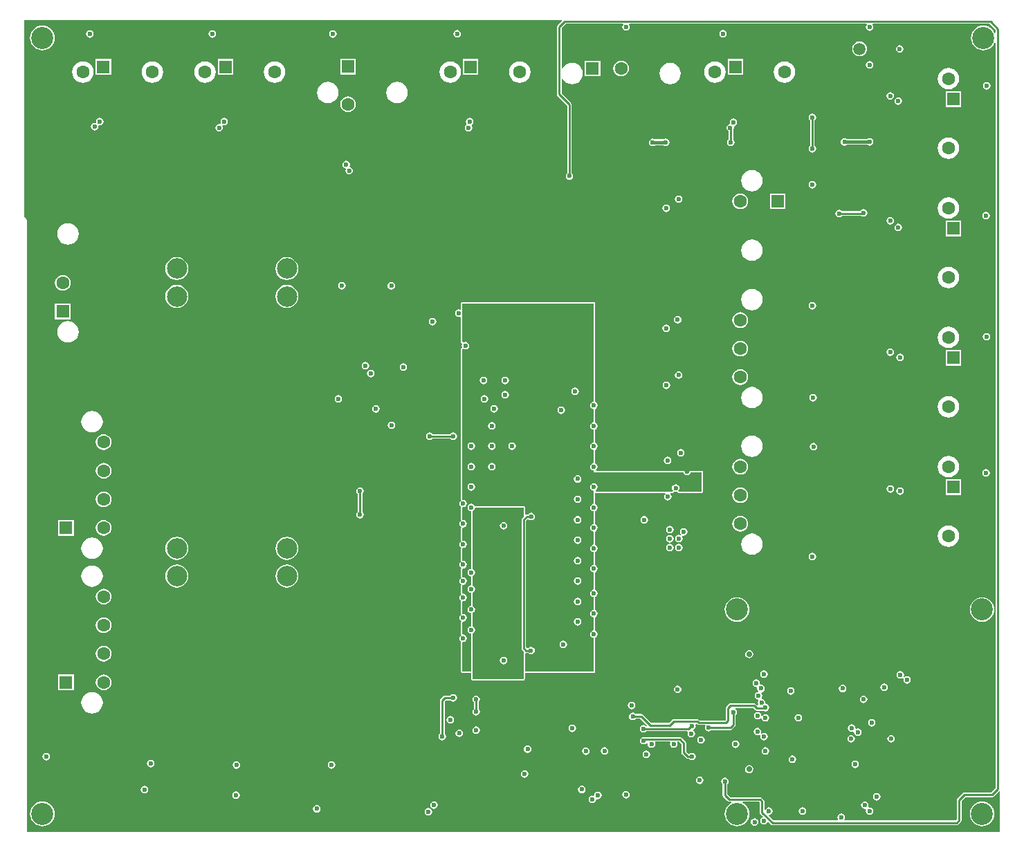
<source format=gbl>
G04*
G04 #@! TF.GenerationSoftware,Altium Limited,Altium Designer,18.1.6 (161)*
G04*
G04 Layer_Physical_Order=4*
G04 Layer_Color=16711680*
%FSLAX25Y25*%
%MOIN*%
G70*
G01*
G75*
%ADD11C,0.01000*%
%ADD111C,0.01500*%
%ADD113R,0.06299X0.06299*%
%ADD114C,0.06299*%
%ADD115R,0.05906X0.05906*%
%ADD116C,0.05906*%
%ADD117R,0.06299X0.06299*%
%ADD118C,0.10630*%
%ADD119C,0.02756*%
%ADD120C,0.09843*%
%ADD121C,0.02362*%
G36*
X260071Y392497D02*
X260262Y392035D01*
X258065Y389837D01*
X257822Y389474D01*
X257737Y389044D01*
X257737Y389044D01*
Y356586D01*
X257737Y356586D01*
X257822Y356156D01*
X258065Y355793D01*
X262658Y351200D01*
Y318654D01*
X262495Y318546D01*
X262102Y317956D01*
X261964Y317262D01*
X262102Y316566D01*
X262495Y315977D01*
X263085Y315584D01*
X263779Y315445D01*
X264475Y315584D01*
X265064Y315977D01*
X265457Y316566D01*
X265596Y317262D01*
X265457Y317956D01*
X265064Y318546D01*
X264901Y318654D01*
Y351664D01*
X264816Y352094D01*
X264573Y352457D01*
X264573Y352458D01*
X259980Y357050D01*
Y364127D01*
X260480Y364227D01*
X260562Y364028D01*
X261384Y362957D01*
X262455Y362135D01*
X263702Y361619D01*
X265041Y361442D01*
X266379Y361619D01*
X267627Y362135D01*
X268698Y362957D01*
X269520Y364028D01*
X270037Y365276D01*
X270213Y366614D01*
X270037Y367953D01*
X269520Y369200D01*
X268698Y370271D01*
X267627Y371093D01*
X266379Y371610D01*
X265041Y371786D01*
X263702Y371610D01*
X262455Y371093D01*
X261384Y370271D01*
X260562Y369200D01*
X260480Y369002D01*
X259980Y369101D01*
Y388580D01*
X262011Y390611D01*
X289371D01*
X289638Y390111D01*
X289410Y389770D01*
X289272Y389075D01*
X289410Y388380D01*
X289804Y387791D01*
X290393Y387397D01*
X291088Y387259D01*
X291783Y387397D01*
X292372Y387791D01*
X292766Y388380D01*
X292904Y389075D01*
X292766Y389770D01*
X292538Y390111D01*
X292805Y390611D01*
X406746D01*
X407001Y390111D01*
X406747Y389730D01*
X406609Y389035D01*
X406747Y388340D01*
X407141Y387751D01*
X407730Y387357D01*
X408425Y387219D01*
X409120Y387357D01*
X409709Y387751D01*
X410103Y388340D01*
X410241Y389035D01*
X410103Y389730D01*
X409848Y390111D01*
X410104Y390611D01*
X466169D01*
X469116Y387664D01*
Y386378D01*
X468616Y386252D01*
X468131Y387160D01*
X467392Y388061D01*
X466491Y388800D01*
X465463Y389349D01*
X464349Y389688D01*
X463189Y389802D01*
X462029Y389688D01*
X460915Y389349D01*
X459887Y388800D01*
X458986Y388061D01*
X458247Y387160D01*
X457698Y386133D01*
X457360Y385018D01*
X457245Y383858D01*
X457360Y382699D01*
X457698Y381584D01*
X458247Y380556D01*
X458986Y379656D01*
X459887Y378916D01*
X460915Y378367D01*
X462029Y378029D01*
X463189Y377915D01*
X464349Y378029D01*
X465463Y378367D01*
X466491Y378916D01*
X467392Y379656D01*
X468131Y380556D01*
X468616Y381464D01*
X469116Y381339D01*
X469116Y22377D01*
X466856Y20118D01*
X454035D01*
X453606Y20032D01*
X453242Y19789D01*
X453242Y19789D01*
X450782Y17328D01*
X450539Y16965D01*
X450453Y16535D01*
X450453Y16535D01*
Y7158D01*
X449925Y6629D01*
X396434D01*
X396167Y7129D01*
X396363Y7422D01*
X396501Y8117D01*
X396363Y8812D01*
X395969Y9401D01*
X395380Y9795D01*
X394685Y9933D01*
X393990Y9795D01*
X393401Y9401D01*
X393007Y8812D01*
X392869Y8117D01*
X393007Y7422D01*
X393203Y7129D01*
X392936Y6629D01*
X362097D01*
X359805Y8921D01*
X359876Y9179D01*
X360014Y9420D01*
X360634Y9543D01*
X361223Y9936D01*
X361616Y10526D01*
X361755Y11220D01*
X361616Y11915D01*
X361223Y12505D01*
X360634Y12898D01*
X359939Y13036D01*
X359244Y12898D01*
X358655Y12505D01*
X358261Y11915D01*
X358229Y11754D01*
X357729Y11804D01*
Y15748D01*
X357729Y15748D01*
X357644Y16177D01*
X357400Y16541D01*
X356416Y17525D01*
X356052Y17768D01*
X355623Y17854D01*
X355623Y17854D01*
X341202D01*
X339780Y19275D01*
Y24122D01*
X339943Y24230D01*
X340337Y24820D01*
X340475Y25514D01*
X340337Y26209D01*
X339943Y26798D01*
X339354Y27192D01*
X338659Y27330D01*
X337964Y27192D01*
X337375Y26798D01*
X336981Y26209D01*
X336843Y25514D01*
X336981Y24820D01*
X337375Y24230D01*
X337537Y24122D01*
Y18811D01*
X337537Y18811D01*
X337623Y18382D01*
X337866Y18018D01*
X339944Y15939D01*
X339944Y15939D01*
X340308Y15696D01*
X340737Y15611D01*
X340737Y15611D01*
X341671D01*
X341797Y15111D01*
X341186Y14784D01*
X340285Y14045D01*
X339546Y13145D01*
X338997Y12117D01*
X338659Y11002D01*
X338545Y9843D01*
X338659Y8683D01*
X338997Y7568D01*
X339546Y6540D01*
X340285Y5640D01*
X341186Y4901D01*
X342214Y4351D01*
X343329Y4013D01*
X344488Y3899D01*
X345648Y4013D01*
X346763Y4351D01*
X347790Y4901D01*
X348691Y5640D01*
X349430Y6540D01*
X349979Y7568D01*
X350318Y8683D01*
X350432Y9843D01*
X350318Y11002D01*
X349979Y12117D01*
X349430Y13145D01*
X348691Y14045D01*
X347790Y14784D01*
X347180Y15111D01*
X347305Y15611D01*
X355158D01*
X355486Y15283D01*
Y10533D01*
X355486Y10533D01*
X355571Y10104D01*
X355814Y9740D01*
X356974Y8580D01*
X356846Y8160D01*
X356771Y8076D01*
X356212Y7703D01*
X355818Y7113D01*
X355680Y6419D01*
X355818Y5724D01*
X356212Y5134D01*
X356801Y4741D01*
X357496Y4603D01*
X358191Y4741D01*
X358780Y5134D01*
X359154Y5694D01*
X359237Y5769D01*
X359658Y5897D01*
X360839Y4715D01*
X360839Y4715D01*
X361203Y4472D01*
X361632Y4386D01*
X450390D01*
X450390Y4386D01*
X450819Y4472D01*
X451183Y4715D01*
X452368Y5900D01*
X452368Y5900D01*
X452611Y6264D01*
X452696Y6693D01*
Y16071D01*
X454500Y17875D01*
X467321D01*
X467321Y17875D01*
X467750Y17960D01*
X468114Y18203D01*
X470737Y20826D01*
X471237Y20619D01*
Y1204D01*
X2591Y1204D01*
Y295276D01*
X2502Y295946D01*
X2244Y296571D01*
X1832Y297108D01*
X1295Y297519D01*
X1204Y297557D01*
Y392497D01*
X260071Y392497D01*
D02*
G37*
%LPC*%
G36*
X337795Y387643D02*
X337100Y387505D01*
X336511Y387111D01*
X336118Y386522D01*
X335979Y385827D01*
X336118Y385132D01*
X336511Y384543D01*
X337100Y384149D01*
X337795Y384011D01*
X338490Y384149D01*
X339079Y384543D01*
X339473Y385132D01*
X339611Y385827D01*
X339473Y386522D01*
X339079Y387111D01*
X338490Y387505D01*
X337795Y387643D01*
D02*
G37*
G36*
X209646Y387643D02*
X208951Y387505D01*
X208362Y387111D01*
X207968Y386522D01*
X207830Y385827D01*
X207968Y385132D01*
X208362Y384543D01*
X208951Y384149D01*
X209646Y384011D01*
X210341Y384149D01*
X210930Y384543D01*
X211323Y385132D01*
X211462Y385827D01*
X211323Y386522D01*
X210930Y387111D01*
X210341Y387505D01*
X209646Y387643D01*
D02*
G37*
G36*
X91732Y387544D02*
X91037Y387406D01*
X90448Y387012D01*
X90055Y386423D01*
X89916Y385728D01*
X90055Y385033D01*
X90448Y384444D01*
X91037Y384051D01*
X91732Y383912D01*
X92427Y384051D01*
X93016Y384444D01*
X93410Y385033D01*
X93548Y385728D01*
X93410Y386423D01*
X93016Y387012D01*
X92427Y387406D01*
X91732Y387544D01*
D02*
G37*
G36*
X32747D02*
X32052Y387406D01*
X31462Y387012D01*
X31069Y386423D01*
X30931Y385728D01*
X31069Y385033D01*
X31462Y384444D01*
X32052Y384051D01*
X32747Y383912D01*
X33442Y384051D01*
X34031Y384444D01*
X34424Y385033D01*
X34563Y385728D01*
X34424Y386423D01*
X34031Y387012D01*
X33442Y387406D01*
X32747Y387544D01*
D02*
G37*
G36*
X149803Y387544D02*
X149108Y387406D01*
X148519Y387012D01*
X148125Y386423D01*
X147987Y385728D01*
X148125Y385033D01*
X148519Y384444D01*
X149108Y384050D01*
X149803Y383912D01*
X150498Y384050D01*
X151087Y384444D01*
X151481Y385033D01*
X151619Y385728D01*
X151481Y386423D01*
X151087Y387012D01*
X150498Y387406D01*
X149803Y387544D01*
D02*
G37*
G36*
X9843Y389802D02*
X8683Y389688D01*
X7568Y389349D01*
X6540Y388800D01*
X5640Y388061D01*
X4901Y387160D01*
X4351Y386133D01*
X4013Y385018D01*
X3899Y383858D01*
X4013Y382699D01*
X4351Y381584D01*
X4901Y380556D01*
X5640Y379656D01*
X6540Y378916D01*
X7568Y378367D01*
X8683Y378029D01*
X9843Y377915D01*
X11002Y378029D01*
X12117Y378367D01*
X13145Y378916D01*
X14045Y379656D01*
X14784Y380556D01*
X15334Y381584D01*
X15672Y382699D01*
X15786Y383858D01*
X15672Y385018D01*
X15334Y386133D01*
X14784Y387160D01*
X14045Y388061D01*
X13145Y388800D01*
X12117Y389349D01*
X11002Y389688D01*
X9843Y389802D01*
D02*
G37*
G36*
X422933Y380362D02*
X422238Y380224D01*
X421649Y379830D01*
X421255Y379241D01*
X421117Y378546D01*
X421255Y377851D01*
X421649Y377262D01*
X422238Y376868D01*
X422933Y376730D01*
X423628Y376868D01*
X424217Y377262D01*
X424611Y377851D01*
X424749Y378546D01*
X424611Y379241D01*
X424217Y379830D01*
X423628Y380224D01*
X422933Y380362D01*
D02*
G37*
G36*
X403543Y382129D02*
X402616Y382007D01*
X401752Y381649D01*
X401010Y381080D01*
X400440Y380338D01*
X400082Y379473D01*
X399960Y378546D01*
X400082Y377619D01*
X400440Y376754D01*
X401010Y376012D01*
X401752Y375443D01*
X402616Y375085D01*
X403543Y374963D01*
X404471Y375085D01*
X405335Y375443D01*
X406077Y376012D01*
X406647Y376754D01*
X407005Y377619D01*
X407127Y378546D01*
X407005Y379473D01*
X406647Y380338D01*
X406077Y381080D01*
X405335Y381649D01*
X404471Y382007D01*
X403543Y382129D01*
D02*
G37*
G36*
X408425Y372682D02*
X407730Y372544D01*
X407141Y372150D01*
X406747Y371561D01*
X406609Y370866D01*
X406747Y370171D01*
X407141Y369582D01*
X407730Y369188D01*
X408425Y369050D01*
X409120Y369188D01*
X409709Y369582D01*
X410103Y370171D01*
X410241Y370866D01*
X410103Y371561D01*
X409709Y372150D01*
X409120Y372544D01*
X408425Y372682D01*
D02*
G37*
G36*
X160890Y373729D02*
X153391D01*
Y366230D01*
X160890D01*
Y373729D01*
D02*
G37*
G36*
X347466Y373593D02*
X339967D01*
Y366094D01*
X347466D01*
Y373593D01*
D02*
G37*
G36*
X101835D02*
X94336D01*
Y366094D01*
X101835D01*
Y373593D01*
D02*
G37*
G36*
X42977D02*
X35478D01*
Y366094D01*
X42977D01*
Y373593D01*
D02*
G37*
G36*
X219945Y373593D02*
X212446D01*
Y366094D01*
X219945D01*
Y373593D01*
D02*
G37*
G36*
X278633Y372844D02*
X271134D01*
Y365345D01*
X278633D01*
Y372844D01*
D02*
G37*
G36*
X288663Y372877D02*
X287684Y372748D01*
X286772Y372370D01*
X285989Y371769D01*
X285388Y370986D01*
X285010Y370073D01*
X284881Y369094D01*
X285010Y368116D01*
X285388Y367203D01*
X285989Y366420D01*
X286772Y365819D01*
X287684Y365441D01*
X288663Y365313D01*
X289642Y365441D01*
X290554Y365819D01*
X291337Y366420D01*
X291938Y367203D01*
X292316Y368116D01*
X292445Y369094D01*
X292316Y370073D01*
X291938Y370986D01*
X291337Y371769D01*
X290554Y372370D01*
X289642Y372748D01*
X288663Y372877D01*
D02*
G37*
G36*
X367338Y372535D02*
X366000Y372359D01*
X364752Y371842D01*
X363681Y371020D01*
X362859Y369949D01*
X362343Y368702D01*
X362167Y367363D01*
X362343Y366024D01*
X362859Y364777D01*
X363681Y363706D01*
X364752Y362884D01*
X366000Y362367D01*
X367338Y362191D01*
X368677Y362367D01*
X369924Y362884D01*
X370995Y363706D01*
X371817Y364777D01*
X372334Y366024D01*
X372510Y367363D01*
X372334Y368702D01*
X371817Y369949D01*
X370995Y371020D01*
X369924Y371842D01*
X368677Y372359D01*
X367338Y372535D01*
D02*
G37*
G36*
X333874D02*
X332535Y372359D01*
X331288Y371842D01*
X330217Y371020D01*
X329395Y369949D01*
X328878Y368702D01*
X328702Y367363D01*
X328878Y366024D01*
X329395Y364777D01*
X330217Y363706D01*
X331288Y362884D01*
X332535Y362367D01*
X333874Y362191D01*
X335212Y362367D01*
X336460Y362884D01*
X337531Y363706D01*
X338353Y364777D01*
X338869Y366024D01*
X339046Y367363D01*
X338869Y368702D01*
X338353Y369949D01*
X337531Y371020D01*
X336460Y371842D01*
X335212Y372359D01*
X333874Y372535D01*
D02*
G37*
G36*
X121707D02*
X120369Y372359D01*
X119122Y371842D01*
X118051Y371020D01*
X117229Y369949D01*
X116712Y368702D01*
X116536Y367363D01*
X116712Y366024D01*
X117229Y364777D01*
X118051Y363706D01*
X119122Y362884D01*
X120369Y362367D01*
X121707Y362191D01*
X123046Y362367D01*
X124293Y362884D01*
X125365Y363706D01*
X126187Y364777D01*
X126703Y366024D01*
X126879Y367363D01*
X126703Y368702D01*
X126187Y369949D01*
X125365Y371020D01*
X124293Y371842D01*
X123046Y372359D01*
X121707Y372535D01*
D02*
G37*
G36*
X88243D02*
X86904Y372359D01*
X85657Y371842D01*
X84586Y371020D01*
X83764Y369949D01*
X83247Y368702D01*
X83071Y367363D01*
X83247Y366024D01*
X83764Y364777D01*
X84586Y363706D01*
X85657Y362884D01*
X86904Y362367D01*
X88243Y362191D01*
X89582Y362367D01*
X90829Y362884D01*
X91900Y363706D01*
X92722Y364777D01*
X93239Y366024D01*
X93415Y367363D01*
X93239Y368702D01*
X92722Y369949D01*
X91900Y371020D01*
X90829Y371842D01*
X89582Y372359D01*
X88243Y372535D01*
D02*
G37*
G36*
X62849D02*
X61511Y372359D01*
X60263Y371842D01*
X59192Y371020D01*
X58370Y369949D01*
X57854Y368702D01*
X57678Y367363D01*
X57854Y366024D01*
X58370Y364777D01*
X59192Y363706D01*
X60263Y362884D01*
X61511Y362367D01*
X62849Y362191D01*
X64188Y362367D01*
X65435Y362884D01*
X66506Y363706D01*
X67328Y364777D01*
X67845Y366024D01*
X68021Y367363D01*
X67845Y368702D01*
X67328Y369949D01*
X66506Y371020D01*
X65435Y371842D01*
X64188Y372359D01*
X62849Y372535D01*
D02*
G37*
G36*
X29385D02*
X28046Y372359D01*
X26799Y371842D01*
X25728Y371020D01*
X24906Y369949D01*
X24389Y368702D01*
X24213Y367363D01*
X24389Y366024D01*
X24906Y364777D01*
X25728Y363706D01*
X26799Y362884D01*
X28046Y362367D01*
X29385Y362191D01*
X30723Y362367D01*
X31971Y362884D01*
X33042Y363706D01*
X33864Y364777D01*
X34380Y366024D01*
X34556Y367363D01*
X34380Y368702D01*
X33864Y369949D01*
X33042Y371020D01*
X31971Y371842D01*
X30723Y372359D01*
X29385Y372535D01*
D02*
G37*
G36*
X239818Y372535D02*
X238479Y372359D01*
X237232Y371842D01*
X236161Y371020D01*
X235339Y369949D01*
X234822Y368702D01*
X234646Y367363D01*
X234822Y366024D01*
X235339Y364777D01*
X236161Y363706D01*
X237232Y362884D01*
X238479Y362367D01*
X239818Y362191D01*
X241156Y362367D01*
X242404Y362884D01*
X243475Y363706D01*
X244297Y364777D01*
X244813Y366024D01*
X244990Y367363D01*
X244813Y368702D01*
X244297Y369949D01*
X243475Y371020D01*
X242404Y371842D01*
X241156Y372359D01*
X239818Y372535D01*
D02*
G37*
G36*
X206353D02*
X205015Y372359D01*
X203767Y371842D01*
X202696Y371020D01*
X201874Y369949D01*
X201358Y368702D01*
X201181Y367363D01*
X201358Y366024D01*
X201874Y364777D01*
X202696Y363706D01*
X203767Y362884D01*
X205015Y362367D01*
X206353Y362191D01*
X207692Y362367D01*
X208939Y362884D01*
X210010Y363706D01*
X210832Y364777D01*
X211349Y366024D01*
X211525Y367363D01*
X211349Y368702D01*
X210832Y369949D01*
X210010Y371020D01*
X208939Y371842D01*
X207692Y372359D01*
X206353Y372535D01*
D02*
G37*
G36*
X312285Y371786D02*
X310946Y371610D01*
X309699Y371093D01*
X308628Y370271D01*
X307806Y369200D01*
X307289Y367953D01*
X307113Y366614D01*
X307289Y365276D01*
X307806Y364028D01*
X308628Y362957D01*
X309699Y362135D01*
X310946Y361619D01*
X312285Y361442D01*
X313623Y361619D01*
X314871Y362135D01*
X315942Y362957D01*
X316764Y364028D01*
X317281Y365276D01*
X317457Y366614D01*
X317281Y367953D01*
X316764Y369200D01*
X315942Y370271D01*
X314871Y371093D01*
X313623Y371610D01*
X312285Y371786D01*
D02*
G37*
G36*
X446339Y369345D02*
X445000Y369169D01*
X443753Y368652D01*
X442682Y367830D01*
X441860Y366759D01*
X441343Y365512D01*
X441167Y364173D01*
X441343Y362835D01*
X441860Y361587D01*
X442682Y360516D01*
X443753Y359694D01*
X445000Y359178D01*
X446339Y359001D01*
X447677Y359178D01*
X448924Y359694D01*
X449996Y360516D01*
X450817Y361587D01*
X451334Y362835D01*
X451510Y364173D01*
X451334Y365512D01*
X450817Y366759D01*
X449996Y367830D01*
X448924Y368652D01*
X447677Y369169D01*
X446339Y369345D01*
D02*
G37*
G36*
X464882Y362525D02*
X464187Y362386D01*
X463598Y361993D01*
X463204Y361404D01*
X463066Y360709D01*
X463204Y360014D01*
X463598Y359425D01*
X464187Y359031D01*
X464882Y358893D01*
X465577Y359031D01*
X466166Y359425D01*
X466560Y360014D01*
X466698Y360709D01*
X466560Y361404D01*
X466166Y361993D01*
X465577Y362386D01*
X464882Y362525D01*
D02*
G37*
G36*
X418307Y357713D02*
X417612Y357575D01*
X417023Y357181D01*
X416629Y356592D01*
X416491Y355897D01*
X416629Y355202D01*
X417023Y354613D01*
X417612Y354219D01*
X418307Y354081D01*
X419002Y354219D01*
X419591Y354613D01*
X419985Y355202D01*
X420123Y355897D01*
X419985Y356592D01*
X419591Y357181D01*
X419002Y357575D01*
X418307Y357713D01*
D02*
G37*
G36*
X180763Y362632D02*
X179424Y362456D01*
X178177Y361939D01*
X177106Y361117D01*
X176284Y360046D01*
X175767Y358799D01*
X175591Y357460D01*
X175767Y356122D01*
X176284Y354874D01*
X177106Y353803D01*
X178177Y352981D01*
X179424Y352465D01*
X180763Y352288D01*
X182101Y352465D01*
X183349Y352981D01*
X184420Y353803D01*
X185242Y354874D01*
X185758Y356122D01*
X185934Y357460D01*
X185758Y358799D01*
X185242Y360046D01*
X184420Y361117D01*
X183349Y361939D01*
X182101Y362456D01*
X180763Y362632D01*
D02*
G37*
G36*
X147298D02*
X145959Y362456D01*
X144712Y361939D01*
X143641Y361117D01*
X142819Y360046D01*
X142303Y358799D01*
X142126Y357460D01*
X142303Y356122D01*
X142819Y354874D01*
X143641Y353803D01*
X144712Y352981D01*
X145959Y352465D01*
X147298Y352288D01*
X148637Y352465D01*
X149884Y352981D01*
X150955Y353803D01*
X151777Y354874D01*
X152294Y356122D01*
X152470Y357460D01*
X152294Y358799D01*
X151777Y360046D01*
X150955Y361117D01*
X149884Y361939D01*
X148637Y362456D01*
X147298Y362632D01*
D02*
G37*
G36*
X422244Y355162D02*
X421549Y355024D01*
X420960Y354630D01*
X420566Y354041D01*
X420428Y353346D01*
X420566Y352652D01*
X420960Y352062D01*
X421549Y351669D01*
X422244Y351531D01*
X422939Y351669D01*
X423528Y352062D01*
X423922Y352652D01*
X424060Y353346D01*
X423922Y354041D01*
X423528Y354630D01*
X422939Y355024D01*
X422244Y355162D01*
D02*
G37*
G36*
X452568Y358080D02*
X445069D01*
Y350581D01*
X452568D01*
Y358080D01*
D02*
G37*
G36*
X157141Y355652D02*
X156162Y355523D01*
X155250Y355145D01*
X154466Y354544D01*
X153865Y353761D01*
X153488Y352849D01*
X153359Y351870D01*
X153488Y350891D01*
X153865Y349979D01*
X154466Y349195D01*
X155250Y348594D01*
X156162Y348217D01*
X157141Y348088D01*
X158119Y348217D01*
X159032Y348594D01*
X159815Y349195D01*
X160416Y349979D01*
X160794Y350891D01*
X160923Y351870D01*
X160794Y352849D01*
X160416Y353761D01*
X159815Y354544D01*
X159032Y355145D01*
X158119Y355523D01*
X157141Y355652D01*
D02*
G37*
G36*
X37554Y345320D02*
X36859Y345182D01*
X36270Y344788D01*
X35876Y344199D01*
X35738Y343504D01*
X35811Y343138D01*
X35384Y342719D01*
X35006Y342794D01*
X34311Y342656D01*
X33722Y342263D01*
X33328Y341673D01*
X33190Y340978D01*
X33328Y340283D01*
X33722Y339694D01*
X34311Y339301D01*
X35006Y339162D01*
X35701Y339301D01*
X36290Y339694D01*
X36684Y340283D01*
X36822Y340978D01*
X36749Y341344D01*
X37176Y341763D01*
X37554Y341688D01*
X38249Y341826D01*
X38838Y342220D01*
X39232Y342809D01*
X39370Y343504D01*
X39232Y344199D01*
X38838Y344788D01*
X38249Y345182D01*
X37554Y345320D01*
D02*
G37*
G36*
X97441Y345320D02*
X96746Y345182D01*
X96157Y344788D01*
X95763Y344199D01*
X95625Y343504D01*
X95763Y342809D01*
X95849Y342681D01*
X95527Y342262D01*
X94999Y342367D01*
X94304Y342229D01*
X93715Y341835D01*
X93321Y341246D01*
X93183Y340551D01*
X93321Y339856D01*
X93715Y339267D01*
X94304Y338873D01*
X94999Y338735D01*
X95694Y338873D01*
X96283Y339267D01*
X96676Y339856D01*
X96815Y340551D01*
X96676Y341246D01*
X96591Y341374D01*
X96912Y341793D01*
X97441Y341688D01*
X98136Y341826D01*
X98725Y342220D01*
X99119Y342809D01*
X99257Y343504D01*
X99119Y344199D01*
X98725Y344788D01*
X98136Y345182D01*
X97441Y345320D01*
D02*
G37*
G36*
X215704D02*
X215009Y345182D01*
X214420Y344788D01*
X214026Y344199D01*
X213888Y343504D01*
X214026Y342809D01*
X214167Y342597D01*
X214046Y341914D01*
X213927Y341835D01*
X213534Y341246D01*
X213396Y340551D01*
X213534Y339856D01*
X213927Y339267D01*
X214516Y338873D01*
X215212Y338735D01*
X215906Y338873D01*
X216496Y339267D01*
X216889Y339856D01*
X217027Y340551D01*
X216889Y341246D01*
X216748Y341458D01*
X216870Y342141D01*
X216988Y342220D01*
X217381Y342809D01*
X217520Y343504D01*
X217381Y344199D01*
X216988Y344788D01*
X216399Y345182D01*
X215704Y345320D01*
D02*
G37*
G36*
X408425Y335477D02*
X407730Y335339D01*
X407279Y335038D01*
X397345D01*
X396987Y335278D01*
X396292Y335416D01*
X395597Y335278D01*
X395007Y334884D01*
X394614Y334295D01*
X394476Y333600D01*
X394614Y332905D01*
X395007Y332316D01*
X395597Y331922D01*
X396292Y331784D01*
X396987Y331922D01*
X397530Y332285D01*
X407279D01*
X407730Y331984D01*
X408425Y331845D01*
X409120Y331984D01*
X409709Y332377D01*
X410103Y332966D01*
X410241Y333661D01*
X410103Y334356D01*
X409709Y334946D01*
X409120Y335339D01*
X408425Y335477D01*
D02*
G37*
G36*
X310197Y335384D02*
X309502Y335246D01*
X309051Y334944D01*
X304927D01*
X304631Y335142D01*
X303936Y335280D01*
X303241Y335142D01*
X302652Y334748D01*
X302258Y334159D01*
X302120Y333464D01*
X302258Y332769D01*
X302652Y332180D01*
X303241Y331786D01*
X303936Y331648D01*
X304631Y331786D01*
X305220Y332180D01*
X305228Y332191D01*
X309051D01*
X309502Y331890D01*
X310197Y331752D01*
X310892Y331890D01*
X311481Y332284D01*
X311875Y332873D01*
X312013Y333568D01*
X311875Y334263D01*
X311481Y334852D01*
X310892Y335246D01*
X310197Y335384D01*
D02*
G37*
G36*
X342768Y345044D02*
X342073Y344905D01*
X341484Y344512D01*
X341090Y343923D01*
X340952Y343228D01*
X341031Y342832D01*
X340717Y342260D01*
X340561Y342229D01*
X339971Y341835D01*
X339578Y341246D01*
X339440Y340551D01*
X339578Y339856D01*
X339971Y339267D01*
X340414Y338971D01*
Y334961D01*
X340251Y334852D01*
X339858Y334263D01*
X339719Y333568D01*
X339858Y332873D01*
X340251Y332284D01*
X340841Y331890D01*
X341535Y331752D01*
X342230Y331890D01*
X342819Y332284D01*
X343213Y332873D01*
X343351Y333568D01*
X343213Y334263D01*
X342819Y334852D01*
X342657Y334961D01*
Y339443D01*
X342933Y339856D01*
X343072Y340551D01*
X342993Y340947D01*
X343307Y341519D01*
X343463Y341550D01*
X344052Y341944D01*
X344446Y342533D01*
X344584Y343228D01*
X344446Y343923D01*
X344052Y344512D01*
X343463Y344905D01*
X342768Y345044D01*
D02*
G37*
G36*
X380807Y347288D02*
X380112Y347150D01*
X379523Y346757D01*
X379129Y346167D01*
X378991Y345472D01*
X379129Y344777D01*
X379523Y344188D01*
X379685Y344080D01*
Y331782D01*
X379523Y331673D01*
X379129Y331084D01*
X378991Y330389D01*
X379129Y329694D01*
X379523Y329105D01*
X380112Y328711D01*
X380807Y328573D01*
X381502Y328711D01*
X382091Y329105D01*
X382485Y329694D01*
X382623Y330389D01*
X382485Y331084D01*
X382091Y331673D01*
X381929Y331782D01*
Y344080D01*
X382091Y344188D01*
X382485Y344777D01*
X382623Y345472D01*
X382485Y346167D01*
X382091Y346757D01*
X381502Y347150D01*
X380807Y347288D01*
D02*
G37*
G36*
X446339Y335880D02*
X445000Y335704D01*
X443753Y335188D01*
X442682Y334366D01*
X441860Y333295D01*
X441343Y332047D01*
X441167Y330709D01*
X441343Y329370D01*
X441860Y328123D01*
X442682Y327052D01*
X443753Y326230D01*
X445000Y325713D01*
X446339Y325537D01*
X447677Y325713D01*
X448924Y326230D01*
X449996Y327052D01*
X450817Y328123D01*
X451334Y329370D01*
X451510Y330709D01*
X451334Y332047D01*
X450817Y333295D01*
X449996Y334366D01*
X448924Y335188D01*
X447677Y335704D01*
X446339Y335880D01*
D02*
G37*
G36*
X156282Y324651D02*
X155587Y324512D01*
X154998Y324119D01*
X154604Y323530D01*
X154466Y322835D01*
X154604Y322140D01*
X154998Y321550D01*
X155587Y321157D01*
X155813Y321112D01*
X155979Y320709D01*
X155954Y320574D01*
X155817Y319882D01*
X155955Y319187D01*
X156349Y318598D01*
X156938Y318204D01*
X157633Y318066D01*
X158328Y318204D01*
X158917Y318598D01*
X159310Y319187D01*
X159449Y319882D01*
X159310Y320577D01*
X158917Y321166D01*
X158328Y321560D01*
X158102Y321604D01*
X157936Y322007D01*
X157961Y322143D01*
X158098Y322835D01*
X157960Y323530D01*
X157566Y324119D01*
X156977Y324512D01*
X156282Y324651D01*
D02*
G37*
G36*
X380807Y314807D02*
X380112Y314669D01*
X379523Y314276D01*
X379129Y313686D01*
X378991Y312991D01*
X379129Y312297D01*
X379523Y311707D01*
X380112Y311314D01*
X380807Y311175D01*
X381502Y311314D01*
X382091Y311707D01*
X382485Y312297D01*
X382623Y312991D01*
X382485Y313686D01*
X382091Y314276D01*
X381502Y314669D01*
X380807Y314807D01*
D02*
G37*
G36*
X351654Y320132D02*
X350315Y319956D01*
X349068Y319440D01*
X347996Y318618D01*
X347175Y317547D01*
X346658Y316299D01*
X346482Y314961D01*
X346658Y313622D01*
X347175Y312375D01*
X347996Y311304D01*
X349068Y310482D01*
X350315Y309965D01*
X351654Y309789D01*
X352992Y309965D01*
X354239Y310482D01*
X355311Y311304D01*
X356133Y312375D01*
X356649Y313622D01*
X356825Y314961D01*
X356649Y316299D01*
X356133Y317547D01*
X355311Y318618D01*
X354239Y319440D01*
X352992Y319956D01*
X351654Y320132D01*
D02*
G37*
G36*
X316412Y307918D02*
X315717Y307780D01*
X315128Y307386D01*
X314734Y306797D01*
X314596Y306102D01*
X314734Y305407D01*
X315128Y304818D01*
X315717Y304425D01*
X316412Y304286D01*
X317107Y304425D01*
X317696Y304818D01*
X318090Y305407D01*
X318228Y306102D01*
X318090Y306797D01*
X317696Y307386D01*
X317107Y307780D01*
X316412Y307918D01*
D02*
G37*
G36*
X367923Y308868D02*
X360424D01*
Y301368D01*
X367923D01*
Y308868D01*
D02*
G37*
G36*
X346063Y308900D02*
X345084Y308771D01*
X344172Y308393D01*
X343389Y307792D01*
X342788Y307009D01*
X342410Y306097D01*
X342281Y305118D01*
X342410Y304139D01*
X342788Y303227D01*
X343389Y302444D01*
X344172Y301843D01*
X345084Y301465D01*
X346063Y301336D01*
X347042Y301465D01*
X347954Y301843D01*
X348737Y302444D01*
X349338Y303227D01*
X349716Y304139D01*
X349845Y305118D01*
X349716Y306097D01*
X349338Y307009D01*
X348737Y307792D01*
X347954Y308393D01*
X347042Y308771D01*
X346063Y308900D01*
D02*
G37*
G36*
X405512Y301363D02*
X404817Y301225D01*
X404228Y300832D01*
X403895Y300334D01*
X395093D01*
X394985Y300497D01*
X394396Y300890D01*
X393701Y301029D01*
X393006Y300890D01*
X392417Y300497D01*
X392023Y299907D01*
X391885Y299213D01*
X392023Y298518D01*
X392417Y297929D01*
X393006Y297535D01*
X393701Y297397D01*
X394396Y297535D01*
X394985Y297929D01*
X395093Y298091D01*
X404486D01*
X404817Y297870D01*
X405512Y297731D01*
X406207Y297870D01*
X406796Y298263D01*
X407190Y298852D01*
X407328Y299547D01*
X407190Y300242D01*
X406796Y300832D01*
X406207Y301225D01*
X405512Y301363D01*
D02*
G37*
G36*
X310421Y303489D02*
X309726Y303351D01*
X309137Y302957D01*
X308743Y302368D01*
X308605Y301673D01*
X308743Y300978D01*
X309137Y300389D01*
X309726Y299995D01*
X310421Y299857D01*
X311116Y299995D01*
X311705Y300389D01*
X312099Y300978D01*
X312237Y301673D01*
X312099Y302368D01*
X311705Y302957D01*
X311116Y303351D01*
X310421Y303489D01*
D02*
G37*
G36*
X446339Y307009D02*
X445000Y306833D01*
X443753Y306316D01*
X442682Y305494D01*
X441860Y304423D01*
X441343Y303176D01*
X441167Y301837D01*
X441343Y300499D01*
X441860Y299251D01*
X442682Y298180D01*
X443753Y297358D01*
X445000Y296842D01*
X446339Y296666D01*
X447677Y296842D01*
X448924Y297358D01*
X449996Y298180D01*
X450817Y299251D01*
X451334Y300499D01*
X451510Y301837D01*
X451334Y303176D01*
X450817Y304423D01*
X449996Y305494D01*
X448924Y306316D01*
X447677Y306833D01*
X446339Y307009D01*
D02*
G37*
G36*
X464566Y300044D02*
X463871Y299905D01*
X463282Y299512D01*
X462888Y298923D01*
X462750Y298228D01*
X462888Y297533D01*
X463282Y296944D01*
X463871Y296550D01*
X464566Y296412D01*
X465261Y296550D01*
X465850Y296944D01*
X466244Y297533D01*
X466382Y298228D01*
X466244Y298923D01*
X465850Y299512D01*
X465261Y299905D01*
X464566Y300044D01*
D02*
G37*
G36*
X418307Y297516D02*
X417612Y297378D01*
X417023Y296984D01*
X416629Y296395D01*
X416491Y295700D01*
X416629Y295005D01*
X417023Y294416D01*
X417612Y294022D01*
X418307Y293884D01*
X419002Y294022D01*
X419591Y294416D01*
X419985Y295005D01*
X420123Y295700D01*
X419985Y296395D01*
X419591Y296984D01*
X419002Y297378D01*
X418307Y297516D01*
D02*
G37*
G36*
X422244Y294257D02*
X421549Y294119D01*
X420960Y293725D01*
X420566Y293136D01*
X420428Y292441D01*
X420566Y291746D01*
X420960Y291157D01*
X421549Y290763D01*
X422244Y290625D01*
X422939Y290763D01*
X423528Y291157D01*
X423922Y291746D01*
X424060Y292441D01*
X423922Y293136D01*
X423528Y293725D01*
X422939Y294119D01*
X422244Y294257D01*
D02*
G37*
G36*
X452568Y295744D02*
X445069D01*
Y288245D01*
X452568D01*
Y295744D01*
D02*
G37*
G36*
X22165Y294542D02*
X20827Y294366D01*
X19579Y293849D01*
X18508Y293027D01*
X17686Y291956D01*
X17170Y290709D01*
X16994Y289370D01*
X17170Y288032D01*
X17686Y286784D01*
X18508Y285713D01*
X19579Y284891D01*
X20827Y284374D01*
X22165Y284198D01*
X23504Y284374D01*
X24751Y284891D01*
X25822Y285713D01*
X26644Y286784D01*
X27161Y288032D01*
X27337Y289370D01*
X27161Y290709D01*
X26644Y291956D01*
X25822Y293027D01*
X24751Y293849D01*
X23504Y294366D01*
X22165Y294542D01*
D02*
G37*
G36*
X351654Y286668D02*
X350315Y286492D01*
X349068Y285975D01*
X347996Y285153D01*
X347175Y284082D01*
X346658Y282835D01*
X346482Y281496D01*
X346658Y280157D01*
X347175Y278910D01*
X347996Y277839D01*
X349068Y277017D01*
X350315Y276501D01*
X351654Y276324D01*
X352992Y276501D01*
X354239Y277017D01*
X355311Y277839D01*
X356133Y278910D01*
X356649Y280157D01*
X356825Y281496D01*
X356649Y282835D01*
X356133Y284082D01*
X355311Y285153D01*
X354239Y285975D01*
X352992Y286492D01*
X351654Y286668D01*
D02*
G37*
G36*
X127665Y278203D02*
X126224Y278014D01*
X124881Y277457D01*
X123727Y276572D01*
X122842Y275419D01*
X122286Y274076D01*
X122096Y272635D01*
X122286Y271193D01*
X122842Y269850D01*
X123727Y268697D01*
X124881Y267812D01*
X126224Y267255D01*
X127665Y267066D01*
X129106Y267255D01*
X130449Y267812D01*
X131603Y268697D01*
X132488Y269850D01*
X133044Y271193D01*
X133234Y272635D01*
X133044Y274076D01*
X132488Y275419D01*
X131603Y276572D01*
X130449Y277457D01*
X129106Y278014D01*
X127665Y278203D01*
D02*
G37*
G36*
X74634D02*
X73192Y278014D01*
X71849Y277457D01*
X70696Y276572D01*
X69811Y275419D01*
X69254Y274076D01*
X69065Y272635D01*
X69254Y271193D01*
X69811Y269850D01*
X70696Y268697D01*
X71849Y267812D01*
X73192Y267255D01*
X74634Y267066D01*
X76075Y267255D01*
X77418Y267812D01*
X78571Y268697D01*
X79456Y269850D01*
X80013Y271193D01*
X80203Y272635D01*
X80013Y274076D01*
X79456Y275419D01*
X78571Y276572D01*
X77418Y277457D01*
X76075Y278014D01*
X74634Y278203D01*
D02*
G37*
G36*
X446339Y273545D02*
X445000Y273368D01*
X443753Y272852D01*
X442682Y272030D01*
X441860Y270959D01*
X441343Y269711D01*
X441167Y268373D01*
X441343Y267034D01*
X441860Y265787D01*
X442682Y264716D01*
X443753Y263894D01*
X445000Y263377D01*
X446339Y263201D01*
X447677Y263377D01*
X448924Y263894D01*
X449996Y264716D01*
X450817Y265787D01*
X451334Y267034D01*
X451510Y268373D01*
X451334Y269711D01*
X450817Y270959D01*
X449996Y272030D01*
X448924Y272852D01*
X447677Y273368D01*
X446339Y273545D01*
D02*
G37*
G36*
X177953Y266163D02*
X177258Y266025D01*
X176669Y265631D01*
X176275Y265042D01*
X176137Y264347D01*
X176275Y263652D01*
X176669Y263063D01*
X177258Y262669D01*
X177953Y262531D01*
X178648Y262669D01*
X179237Y263063D01*
X179630Y263652D01*
X179769Y264347D01*
X179630Y265042D01*
X179237Y265631D01*
X178648Y266025D01*
X177953Y266163D01*
D02*
G37*
G36*
X154176D02*
X153481Y266025D01*
X152892Y265631D01*
X152498Y265042D01*
X152360Y264347D01*
X152498Y263652D01*
X152892Y263063D01*
X153481Y262669D01*
X154176Y262531D01*
X154871Y262669D01*
X155460Y263063D01*
X155854Y263652D01*
X155992Y264347D01*
X155854Y265042D01*
X155460Y265631D01*
X154871Y266025D01*
X154176Y266163D01*
D02*
G37*
G36*
X19685Y269530D02*
X18706Y269401D01*
X17794Y269023D01*
X17011Y268422D01*
X16410Y267639D01*
X16032Y266727D01*
X15903Y265748D01*
X16032Y264769D01*
X16410Y263857D01*
X17011Y263074D01*
X17794Y262473D01*
X18706Y262095D01*
X19685Y261966D01*
X20664Y262095D01*
X21576Y262473D01*
X22359Y263074D01*
X22960Y263857D01*
X23338Y264769D01*
X23467Y265748D01*
X23338Y266727D01*
X22960Y267639D01*
X22359Y268422D01*
X21576Y269023D01*
X20664Y269401D01*
X19685Y269530D01*
D02*
G37*
G36*
X127665Y264818D02*
X126224Y264628D01*
X124881Y264071D01*
X123727Y263187D01*
X122842Y262033D01*
X122286Y260690D01*
X122096Y259249D01*
X122286Y257807D01*
X122842Y256464D01*
X123727Y255311D01*
X124881Y254426D01*
X126224Y253870D01*
X127665Y253680D01*
X129106Y253870D01*
X130449Y254426D01*
X131603Y255311D01*
X132488Y256464D01*
X133044Y257807D01*
X133234Y259249D01*
X133044Y260690D01*
X132488Y262033D01*
X131603Y263187D01*
X130449Y264071D01*
X129106Y264628D01*
X127665Y264818D01*
D02*
G37*
G36*
X74634D02*
X73192Y264628D01*
X71849Y264071D01*
X70696Y263187D01*
X69811Y262033D01*
X69254Y260690D01*
X69065Y259249D01*
X69254Y257807D01*
X69811Y256464D01*
X70696Y255311D01*
X71849Y254426D01*
X73192Y253870D01*
X74634Y253680D01*
X76075Y253870D01*
X77418Y254426D01*
X78571Y255311D01*
X79456Y256464D01*
X80013Y257807D01*
X80203Y259249D01*
X80013Y260690D01*
X79456Y262033D01*
X78571Y263187D01*
X77418Y264071D01*
X76075Y264628D01*
X74634Y264818D01*
D02*
G37*
G36*
X380807Y256540D02*
X380112Y256402D01*
X379523Y256009D01*
X379129Y255419D01*
X378991Y254724D01*
X379129Y254029D01*
X379523Y253440D01*
X380112Y253047D01*
X380807Y252908D01*
X381502Y253047D01*
X382091Y253440D01*
X382485Y254029D01*
X382623Y254724D01*
X382485Y255419D01*
X382091Y256009D01*
X381502Y256402D01*
X380807Y256540D01*
D02*
G37*
G36*
X212137Y256555D02*
X211678Y256365D01*
X211488Y255906D01*
Y253129D01*
X210988Y252830D01*
X210459Y252935D01*
X209764Y252797D01*
X209175Y252403D01*
X208782Y251814D01*
X208643Y251119D01*
X208782Y250424D01*
X209175Y249835D01*
X209764Y249441D01*
X210459Y249303D01*
X210988Y249408D01*
X211488Y249108D01*
X211488Y237277D01*
X211525Y237187D01*
X211516Y237089D01*
X211617Y236966D01*
X211678Y236818D01*
X211734Y236795D01*
X211796Y236747D01*
X211831Y236705D01*
X211839Y236700D01*
X211957Y236230D01*
X211819Y235535D01*
X211957Y234840D01*
X211839Y234370D01*
X211831Y234365D01*
X211796Y234323D01*
X211734Y234275D01*
X211678Y234251D01*
X211617Y234104D01*
X211516Y233981D01*
X211525Y233883D01*
X211488Y233792D01*
X211488Y161567D01*
X211501Y161536D01*
X211491Y161504D01*
X211594Y161310D01*
X211678Y161108D01*
X211365Y160767D01*
X211314Y160733D01*
X210921Y160144D01*
X210782Y159449D01*
X210921Y158754D01*
X211314Y158165D01*
X211365Y158131D01*
X211678Y157790D01*
X211594Y157587D01*
X211491Y157394D01*
X211501Y157362D01*
X211488Y157331D01*
Y151725D01*
X211501Y151693D01*
X211491Y151661D01*
X211594Y151468D01*
X211678Y151265D01*
X211365Y150925D01*
X211314Y150890D01*
X210921Y150301D01*
X210782Y149606D01*
X210921Y148911D01*
X211314Y148322D01*
X211365Y148288D01*
X211678Y147947D01*
X211594Y147745D01*
X211491Y147552D01*
X211501Y147519D01*
X211488Y147488D01*
X211488Y141882D01*
X211501Y141851D01*
X211491Y141818D01*
X211594Y141625D01*
X211678Y141423D01*
X211365Y141082D01*
X211314Y141048D01*
X210921Y140459D01*
X210782Y139764D01*
X210921Y139069D01*
X211314Y138480D01*
X211365Y138446D01*
X211678Y138105D01*
X211594Y137902D01*
X211491Y137709D01*
X211501Y137677D01*
X211488Y137645D01*
Y132039D01*
X211501Y132008D01*
X211491Y131976D01*
X211594Y131783D01*
X211678Y131580D01*
X211365Y131239D01*
X211314Y131205D01*
X210921Y130616D01*
X210782Y129921D01*
X210921Y129226D01*
X211314Y128637D01*
X211365Y128603D01*
X211678Y128262D01*
X211594Y128060D01*
X211491Y127867D01*
X211501Y127834D01*
X211488Y127803D01*
Y124165D01*
X211501Y124134D01*
X211491Y124102D01*
X211594Y123909D01*
X211678Y123706D01*
X211365Y123365D01*
X211314Y123331D01*
X210921Y122742D01*
X210782Y122047D01*
X210921Y121352D01*
X211314Y120763D01*
X211365Y120729D01*
X211678Y120388D01*
X211594Y120186D01*
X211491Y119993D01*
X211501Y119960D01*
X211488Y119929D01*
Y116291D01*
X211501Y116260D01*
X211491Y116228D01*
X211594Y116035D01*
X211678Y115832D01*
X211365Y115491D01*
X211314Y115457D01*
X210921Y114868D01*
X210782Y114173D01*
X210921Y113478D01*
X211314Y112889D01*
X211365Y112855D01*
X211678Y112514D01*
X211594Y112312D01*
X211491Y112119D01*
X211501Y112086D01*
X211488Y112055D01*
Y106449D01*
X211501Y106418D01*
X211491Y106385D01*
X211594Y106192D01*
X211678Y105990D01*
X211365Y105649D01*
X211314Y105615D01*
X210921Y105026D01*
X210782Y104331D01*
X210921Y103636D01*
X211314Y103047D01*
X211365Y103013D01*
X211678Y102672D01*
X211594Y102469D01*
X211491Y102276D01*
X211501Y102244D01*
X211488Y102212D01*
X211488Y96606D01*
X211501Y96575D01*
X211491Y96543D01*
X211594Y96350D01*
X211678Y96147D01*
X211365Y95806D01*
X211314Y95772D01*
X210921Y95183D01*
X210782Y94488D01*
X210921Y93793D01*
X211314Y93204D01*
X211365Y93170D01*
X211678Y92829D01*
X211594Y92627D01*
X211491Y92434D01*
X211501Y92401D01*
X211488Y92370D01*
X211488Y78347D01*
X211678Y77887D01*
X212137Y77697D01*
X216530D01*
X216530Y77197D01*
Y74662D01*
X216627Y74430D01*
X216721Y74203D01*
X216721Y74203D01*
X216721Y74203D01*
X216951Y74107D01*
X217180Y74013D01*
X241378Y74002D01*
X241378Y74002D01*
X241378Y74002D01*
X241628Y74105D01*
X241838Y74192D01*
X241838Y74192D01*
X241838Y74192D01*
X242191Y74546D01*
X242191Y74546D01*
X242192Y74546D01*
X242280Y74760D01*
X242382Y75005D01*
X242382Y75005D01*
X242382Y75005D01*
Y77697D01*
X275590Y77697D01*
X276050Y77887D01*
X276240Y78346D01*
X276240Y94641D01*
X276228Y94670D01*
X276286Y94779D01*
X276875Y95173D01*
X277268Y95762D01*
X277407Y96457D01*
X277268Y97152D01*
X276875Y97741D01*
X276286Y98134D01*
X276228Y98243D01*
X276240Y98273D01*
Y104483D01*
X276228Y104513D01*
X276286Y104622D01*
X276875Y105015D01*
X277268Y105604D01*
X277407Y106299D01*
X277268Y106994D01*
X276875Y107583D01*
X276286Y107977D01*
X276228Y108085D01*
X276240Y108115D01*
Y114326D01*
X276228Y114356D01*
X276286Y114464D01*
X276875Y114858D01*
X277268Y115447D01*
X277407Y116142D01*
X277268Y116837D01*
X276875Y117426D01*
X276286Y117819D01*
X276228Y117928D01*
X276240Y117958D01*
X276240Y126137D01*
X276228Y126167D01*
X276286Y126275D01*
X276875Y126669D01*
X277268Y127258D01*
X277407Y127953D01*
X277268Y128648D01*
X276875Y129237D01*
X276286Y129630D01*
X276228Y129739D01*
X276240Y129769D01*
Y135979D01*
X276228Y136009D01*
X276286Y136117D01*
X276875Y136511D01*
X277268Y137100D01*
X277407Y137795D01*
X277268Y138490D01*
X276875Y139079D01*
X276286Y139473D01*
X276228Y139581D01*
X276240Y139611D01*
X276240Y145822D01*
X276228Y145852D01*
X276286Y145960D01*
X276875Y146354D01*
X277268Y146943D01*
X277407Y147638D01*
X277268Y148333D01*
X276875Y148922D01*
X276286Y149316D01*
X276228Y149424D01*
X276240Y149454D01*
Y155664D01*
X276228Y155694D01*
X276286Y155803D01*
X276875Y156196D01*
X277268Y156785D01*
X277407Y157480D01*
X277268Y158175D01*
X276875Y158764D01*
X276286Y159158D01*
X276228Y159266D01*
X276240Y159296D01*
Y164431D01*
X276338Y164496D01*
X309932D01*
X310084Y163996D01*
X309966Y163918D01*
X309573Y163329D01*
X309435Y162634D01*
X309573Y161939D01*
X309966Y161350D01*
X310556Y160956D01*
X311250Y160818D01*
X311946Y160956D01*
X312535Y161350D01*
X312928Y161939D01*
X313067Y162634D01*
X312928Y163329D01*
X312535Y163918D01*
X312418Y163996D01*
X312569Y164496D01*
X313466D01*
X313575Y164541D01*
X313693Y164537D01*
X313796Y164633D01*
X313925Y164686D01*
X313970Y164795D01*
X314057Y164876D01*
X314242Y165175D01*
X314681Y165130D01*
X314961Y165075D01*
X315240Y165130D01*
X315679Y165175D01*
X315864Y164876D01*
X315951Y164795D01*
X315996Y164686D01*
X316125Y164633D01*
X316228Y164537D01*
X316346Y164541D01*
X316455Y164496D01*
X327582D01*
X328041Y164686D01*
X328232Y165146D01*
Y174533D01*
X328041Y174992D01*
X327582Y175182D01*
X322200D01*
X322025Y175110D01*
X321839Y175073D01*
X321802Y175017D01*
X321741Y174992D01*
X321668Y174817D01*
X321563Y174660D01*
X321504Y174362D01*
X321254Y173987D01*
X320880Y173737D01*
X320438Y173649D01*
X319996Y173737D01*
X319622Y173987D01*
X319372Y174362D01*
X319313Y174660D01*
X319207Y174817D01*
X319135Y174992D01*
X319074Y175017D01*
X319037Y175073D01*
X318851Y175110D01*
X318676Y175182D01*
X276728D01*
X276577Y175682D01*
X276875Y175881D01*
X277268Y176470D01*
X277407Y177165D01*
X277268Y177860D01*
X276875Y178449D01*
X276286Y178843D01*
X276228Y178952D01*
X276240Y178981D01*
Y185192D01*
X276228Y185222D01*
X276286Y185330D01*
X276875Y185724D01*
X277268Y186313D01*
X277407Y187008D01*
X277268Y187703D01*
X276875Y188292D01*
X276286Y188686D01*
X276228Y188794D01*
X276240Y188824D01*
X276240Y195034D01*
X276228Y195064D01*
X276286Y195173D01*
X276875Y195566D01*
X277268Y196155D01*
X277407Y196850D01*
X277268Y197545D01*
X276875Y198135D01*
X276286Y198528D01*
X276228Y198636D01*
X276240Y198666D01*
Y204877D01*
X276228Y204907D01*
X276286Y205015D01*
X276875Y205409D01*
X277268Y205998D01*
X277407Y206693D01*
X277268Y207388D01*
X276875Y207977D01*
X276286Y208371D01*
X276228Y208479D01*
X276240Y208509D01*
X276240Y255906D01*
X276050Y256365D01*
X275590Y256555D01*
X212137Y256555D01*
D02*
G37*
G36*
X351654Y262849D02*
X350315Y262673D01*
X349068Y262156D01*
X347996Y261334D01*
X347175Y260263D01*
X346658Y259016D01*
X346482Y257677D01*
X346658Y256339D01*
X347175Y255091D01*
X347996Y254020D01*
X349068Y253198D01*
X350315Y252682D01*
X351654Y252505D01*
X352992Y252682D01*
X354239Y253198D01*
X355311Y254020D01*
X356133Y255091D01*
X356649Y256339D01*
X356825Y257677D01*
X356649Y259016D01*
X356133Y260263D01*
X355311Y261334D01*
X354239Y262156D01*
X352992Y262673D01*
X351654Y262849D01*
D02*
G37*
G36*
X23435Y255718D02*
X15935D01*
Y248219D01*
X23435D01*
Y255718D01*
D02*
G37*
G36*
X315944Y249847D02*
X315249Y249709D01*
X314660Y249315D01*
X314266Y248726D01*
X314128Y248031D01*
X314266Y247336D01*
X314660Y246747D01*
X315249Y246353D01*
X315944Y246215D01*
X316639Y246353D01*
X317228Y246747D01*
X317622Y247336D01*
X317760Y248031D01*
X317622Y248726D01*
X317228Y249315D01*
X316639Y249709D01*
X315944Y249847D01*
D02*
G37*
G36*
X197854Y248863D02*
X197159Y248725D01*
X196570Y248331D01*
X196176Y247742D01*
X196038Y247047D01*
X196176Y246352D01*
X196570Y245763D01*
X197159Y245370D01*
X197854Y245231D01*
X198549Y245370D01*
X199138Y245763D01*
X199532Y246352D01*
X199670Y247047D01*
X199532Y247742D01*
X199138Y248331D01*
X198549Y248725D01*
X197854Y248863D01*
D02*
G37*
G36*
X346063Y251617D02*
X345084Y251488D01*
X344172Y251110D01*
X343389Y250509D01*
X342788Y249726D01*
X342410Y248814D01*
X342281Y247835D01*
X342410Y246856D01*
X342788Y245944D01*
X343389Y245160D01*
X344172Y244559D01*
X345084Y244182D01*
X346063Y244053D01*
X347042Y244182D01*
X347954Y244559D01*
X348737Y245160D01*
X349338Y245944D01*
X349716Y246856D01*
X349845Y247835D01*
X349716Y248814D01*
X349338Y249726D01*
X348737Y250509D01*
X347954Y251110D01*
X347042Y251488D01*
X346063Y251617D01*
D02*
G37*
G36*
X310405Y245714D02*
X309711Y245575D01*
X309121Y245182D01*
X308728Y244593D01*
X308590Y243898D01*
X308728Y243203D01*
X309121Y242614D01*
X309711Y242220D01*
X310405Y242082D01*
X311100Y242220D01*
X311690Y242614D01*
X312083Y243203D01*
X312222Y243898D01*
X312083Y244593D01*
X311690Y245182D01*
X311100Y245575D01*
X310405Y245714D01*
D02*
G37*
G36*
X464763Y241580D02*
X464068Y241441D01*
X463479Y241048D01*
X463085Y240459D01*
X462947Y239764D01*
X463085Y239069D01*
X463479Y238480D01*
X464068Y238086D01*
X464763Y237948D01*
X465458Y238086D01*
X466047Y238480D01*
X466441Y239069D01*
X466579Y239764D01*
X466441Y240459D01*
X466047Y241048D01*
X465458Y241441D01*
X464763Y241580D01*
D02*
G37*
G36*
X22165Y247298D02*
X20827Y247122D01*
X19579Y246605D01*
X18508Y245783D01*
X17686Y244712D01*
X17170Y243464D01*
X16994Y242126D01*
X17170Y240787D01*
X17686Y239540D01*
X18508Y238469D01*
X19579Y237647D01*
X20827Y237130D01*
X22165Y236954D01*
X23504Y237130D01*
X24751Y237647D01*
X25822Y238469D01*
X26644Y239540D01*
X27161Y240787D01*
X27337Y242126D01*
X27161Y243464D01*
X26644Y244712D01*
X25822Y245783D01*
X24751Y246605D01*
X23504Y247122D01*
X22165Y247298D01*
D02*
G37*
G36*
X446339Y244673D02*
X445000Y244497D01*
X443753Y243980D01*
X442682Y243158D01*
X441860Y242087D01*
X441343Y240840D01*
X441167Y239501D01*
X441343Y238163D01*
X441860Y236915D01*
X442682Y235844D01*
X443753Y235022D01*
X445000Y234506D01*
X446339Y234330D01*
X447677Y234506D01*
X448924Y235022D01*
X449996Y235844D01*
X450817Y236915D01*
X451334Y238163D01*
X451510Y239501D01*
X451334Y240840D01*
X450817Y242087D01*
X449996Y243158D01*
X448924Y243980D01*
X447677Y244497D01*
X446339Y244673D01*
D02*
G37*
G36*
X418307Y234135D02*
X417612Y233996D01*
X417023Y233603D01*
X416629Y233014D01*
X416491Y232319D01*
X416629Y231624D01*
X417023Y231034D01*
X417612Y230641D01*
X418307Y230503D01*
X419002Y230641D01*
X419591Y231034D01*
X419985Y231624D01*
X420123Y232319D01*
X419985Y233014D01*
X419591Y233603D01*
X419002Y233996D01*
X418307Y234135D01*
D02*
G37*
G36*
X346063Y237837D02*
X345084Y237708D01*
X344172Y237330D01*
X343389Y236729D01*
X342788Y235946D01*
X342410Y235034D01*
X342281Y234055D01*
X342410Y233076D01*
X342788Y232164D01*
X343389Y231381D01*
X344172Y230780D01*
X345084Y230402D01*
X346063Y230273D01*
X347042Y230402D01*
X347954Y230780D01*
X348737Y231381D01*
X349338Y232164D01*
X349716Y233076D01*
X349845Y234055D01*
X349716Y235034D01*
X349338Y235946D01*
X348737Y236729D01*
X347954Y237330D01*
X347042Y237708D01*
X346063Y237837D01*
D02*
G37*
G36*
X423100Y231593D02*
X422405Y231455D01*
X421816Y231061D01*
X421422Y230472D01*
X421284Y229777D01*
X421422Y229082D01*
X421816Y228493D01*
X422405Y228099D01*
X423100Y227961D01*
X423795Y228099D01*
X424384Y228493D01*
X424778Y229082D01*
X424916Y229777D01*
X424778Y230472D01*
X424384Y231061D01*
X423795Y231455D01*
X423100Y231593D01*
D02*
G37*
G36*
X452568Y233408D02*
X445069D01*
Y225909D01*
X452568D01*
Y233408D01*
D02*
G37*
G36*
X165488Y227660D02*
X164793Y227522D01*
X164204Y227128D01*
X163810Y226539D01*
X163672Y225844D01*
X163810Y225149D01*
X164204Y224560D01*
X164793Y224166D01*
X165488Y224028D01*
X166183Y224166D01*
X166772Y224560D01*
X167166Y225149D01*
X167304Y225844D01*
X167166Y226539D01*
X166772Y227128D01*
X166183Y227522D01*
X165488Y227660D01*
D02*
G37*
G36*
X183787Y226967D02*
X183092Y226829D01*
X182503Y226435D01*
X182110Y225846D01*
X181971Y225151D01*
X182110Y224456D01*
X182503Y223867D01*
X183092Y223473D01*
X183787Y223335D01*
X184482Y223473D01*
X185072Y223867D01*
X185465Y224456D01*
X185603Y225151D01*
X185465Y225846D01*
X185072Y226435D01*
X184482Y226829D01*
X183787Y226967D01*
D02*
G37*
G36*
X168047Y223863D02*
X167352Y223725D01*
X166763Y223331D01*
X166369Y222742D01*
X166231Y222047D01*
X166369Y221352D01*
X166763Y220763D01*
X167352Y220370D01*
X168047Y220231D01*
X168742Y220370D01*
X169331Y220763D01*
X169725Y221352D01*
X169863Y222047D01*
X169725Y222742D01*
X169331Y223331D01*
X168742Y223725D01*
X168047Y223863D01*
D02*
G37*
G36*
X316412Y223085D02*
X315717Y222947D01*
X315128Y222553D01*
X314734Y221964D01*
X314596Y221269D01*
X314734Y220574D01*
X315128Y219985D01*
X315717Y219591D01*
X316412Y219453D01*
X317107Y219591D01*
X317696Y219985D01*
X318090Y220574D01*
X318228Y221269D01*
X318090Y221964D01*
X317696Y222553D01*
X317107Y222947D01*
X316412Y223085D01*
D02*
G37*
G36*
X346063Y224058D02*
X345084Y223929D01*
X344172Y223551D01*
X343389Y222950D01*
X342788Y222167D01*
X342410Y221254D01*
X342281Y220276D01*
X342410Y219297D01*
X342788Y218385D01*
X343389Y217601D01*
X344172Y217000D01*
X345084Y216622D01*
X346063Y216494D01*
X347042Y216622D01*
X347954Y217000D01*
X348737Y217601D01*
X349338Y218385D01*
X349716Y219297D01*
X349845Y220276D01*
X349716Y221254D01*
X349338Y222167D01*
X348737Y222950D01*
X347954Y223551D01*
X347042Y223929D01*
X346063Y224058D01*
D02*
G37*
G36*
X310547Y218155D02*
X309852Y218016D01*
X309263Y217623D01*
X308869Y217034D01*
X308731Y216339D01*
X308869Y215644D01*
X309263Y215054D01*
X309852Y214661D01*
X310547Y214523D01*
X311242Y214661D01*
X311831Y215054D01*
X312225Y215644D01*
X312363Y216339D01*
X312225Y217034D01*
X311831Y217623D01*
X311242Y218016D01*
X310547Y218155D01*
D02*
G37*
G36*
X381161Y212152D02*
X380466Y212014D01*
X379877Y211620D01*
X379484Y211031D01*
X379345Y210336D01*
X379484Y209641D01*
X379877Y209052D01*
X380466Y208658D01*
X381161Y208520D01*
X381856Y208658D01*
X382446Y209052D01*
X382839Y209641D01*
X382977Y210336D01*
X382839Y211031D01*
X382446Y211620D01*
X381856Y212014D01*
X381161Y212152D01*
D02*
G37*
G36*
X152449Y211599D02*
X151754Y211461D01*
X151165Y211068D01*
X150771Y210478D01*
X150633Y209783D01*
X150771Y209088D01*
X151165Y208499D01*
X151754Y208106D01*
X152449Y207967D01*
X153144Y208106D01*
X153733Y208499D01*
X154127Y209088D01*
X154265Y209783D01*
X154127Y210478D01*
X153733Y211068D01*
X153144Y211461D01*
X152449Y211599D01*
D02*
G37*
G36*
X351654Y215605D02*
X350315Y215429D01*
X349068Y214912D01*
X347996Y214090D01*
X347175Y213019D01*
X346658Y211772D01*
X346482Y210433D01*
X346658Y209095D01*
X347175Y207847D01*
X347996Y206776D01*
X349068Y205954D01*
X350315Y205437D01*
X351654Y205261D01*
X352992Y205437D01*
X354239Y205954D01*
X355311Y206776D01*
X356133Y207847D01*
X356649Y209095D01*
X356825Y210433D01*
X356649Y211772D01*
X356133Y213019D01*
X355311Y214090D01*
X354239Y214912D01*
X352992Y215429D01*
X351654Y215605D01*
D02*
G37*
G36*
X170606Y206841D02*
X169911Y206702D01*
X169322Y206309D01*
X168928Y205720D01*
X168790Y205025D01*
X168928Y204330D01*
X169322Y203741D01*
X169911Y203347D01*
X170606Y203209D01*
X171301Y203347D01*
X171890Y203741D01*
X172284Y204330D01*
X172422Y205025D01*
X172284Y205720D01*
X171890Y206309D01*
X171301Y206702D01*
X170606Y206841D01*
D02*
G37*
G36*
X446339Y211209D02*
X445000Y211032D01*
X443753Y210516D01*
X442682Y209694D01*
X441860Y208623D01*
X441343Y207375D01*
X441167Y206037D01*
X441343Y204698D01*
X441860Y203451D01*
X442682Y202380D01*
X443753Y201558D01*
X445000Y201041D01*
X446339Y200865D01*
X447677Y201041D01*
X448924Y201558D01*
X449996Y202380D01*
X450817Y203451D01*
X451334Y204698D01*
X451510Y206037D01*
X451334Y207375D01*
X450817Y208623D01*
X449996Y209694D01*
X448924Y210516D01*
X447677Y211032D01*
X446339Y211209D01*
D02*
G37*
G36*
X178051Y198912D02*
X177356Y198774D01*
X176767Y198380D01*
X176373Y197791D01*
X176235Y197096D01*
X176373Y196401D01*
X176767Y195812D01*
X177356Y195418D01*
X178051Y195280D01*
X178746Y195418D01*
X179335Y195812D01*
X179729Y196401D01*
X179867Y197096D01*
X179729Y197791D01*
X179335Y198380D01*
X178746Y198774D01*
X178051Y198912D01*
D02*
G37*
G36*
X33779Y203991D02*
X32441Y203815D01*
X31194Y203298D01*
X30123Y202476D01*
X29301Y201405D01*
X28784Y200157D01*
X28608Y198819D01*
X28784Y197480D01*
X29301Y196233D01*
X30123Y195162D01*
X31194Y194340D01*
X32441Y193823D01*
X33779Y193647D01*
X35118Y193823D01*
X36365Y194340D01*
X37437Y195162D01*
X38258Y196233D01*
X38775Y197480D01*
X38951Y198819D01*
X38775Y200157D01*
X38258Y201405D01*
X37437Y202476D01*
X36365Y203298D01*
X35118Y203815D01*
X33779Y203991D01*
D02*
G37*
G36*
X207854Y193607D02*
X207159Y193469D01*
X206570Y193075D01*
X206461Y192913D01*
X197889D01*
X197780Y193075D01*
X197191Y193469D01*
X196496Y193607D01*
X195801Y193469D01*
X195212Y193075D01*
X194818Y192486D01*
X194680Y191791D01*
X194818Y191096D01*
X195212Y190507D01*
X195801Y190114D01*
X196496Y189975D01*
X197191Y190114D01*
X197780Y190507D01*
X197889Y190670D01*
X206461D01*
X206570Y190507D01*
X207159Y190114D01*
X207854Y189975D01*
X208549Y190114D01*
X209138Y190507D01*
X209532Y191096D01*
X209670Y191791D01*
X209532Y192486D01*
X209138Y193075D01*
X208549Y193469D01*
X207854Y193607D01*
D02*
G37*
G36*
X39370Y192758D02*
X38391Y192630D01*
X37479Y192252D01*
X36696Y191651D01*
X36095Y190867D01*
X35717Y189955D01*
X35588Y188976D01*
X35717Y187997D01*
X36095Y187085D01*
X36696Y186302D01*
X37479Y185701D01*
X38391Y185323D01*
X39370Y185194D01*
X40349Y185323D01*
X41261Y185701D01*
X42044Y186302D01*
X42645Y187085D01*
X43023Y187997D01*
X43152Y188976D01*
X43023Y189955D01*
X42645Y190867D01*
X42044Y191651D01*
X41261Y192252D01*
X40349Y192630D01*
X39370Y192758D01*
D02*
G37*
G36*
X381327Y188658D02*
X380632Y188520D01*
X380043Y188127D01*
X379649Y187537D01*
X379511Y186843D01*
X379649Y186147D01*
X380043Y185558D01*
X380632Y185165D01*
X381327Y185027D01*
X382022Y185165D01*
X382611Y185558D01*
X383004Y186147D01*
X383143Y186843D01*
X383004Y187537D01*
X382611Y188127D01*
X382022Y188520D01*
X381327Y188658D01*
D02*
G37*
G36*
X317436Y185674D02*
X316741Y185536D01*
X316152Y185142D01*
X315759Y184553D01*
X315620Y183858D01*
X315759Y183163D01*
X316152Y182574D01*
X316741Y182181D01*
X317436Y182042D01*
X318131Y182181D01*
X318721Y182574D01*
X319114Y183163D01*
X319252Y183858D01*
X319114Y184553D01*
X318721Y185142D01*
X318131Y185536D01*
X317436Y185674D01*
D02*
G37*
G36*
X351654Y192180D02*
X350315Y192003D01*
X349068Y191487D01*
X347996Y190665D01*
X347175Y189594D01*
X346658Y188346D01*
X346482Y187008D01*
X346658Y185669D01*
X347175Y184422D01*
X347996Y183351D01*
X349068Y182529D01*
X350315Y182012D01*
X351654Y181836D01*
X352992Y182012D01*
X354239Y182529D01*
X355311Y183351D01*
X356133Y184422D01*
X356649Y185669D01*
X356825Y187008D01*
X356649Y188346D01*
X356133Y189594D01*
X355311Y190665D01*
X354239Y191487D01*
X352992Y192003D01*
X351654Y192180D01*
D02*
G37*
G36*
X311024Y181934D02*
X310329Y181796D01*
X309739Y181402D01*
X309346Y180813D01*
X309208Y180118D01*
X309346Y179423D01*
X309739Y178834D01*
X310329Y178440D01*
X311024Y178302D01*
X311719Y178440D01*
X312308Y178834D01*
X312701Y179423D01*
X312840Y180118D01*
X312701Y180813D01*
X312308Y181402D01*
X311719Y181796D01*
X311024Y181934D01*
D02*
G37*
G36*
X346063Y180947D02*
X345084Y180818D01*
X344172Y180441D01*
X343389Y179840D01*
X342788Y179056D01*
X342410Y178144D01*
X342281Y177165D01*
X342410Y176187D01*
X342788Y175274D01*
X343389Y174491D01*
X344172Y173890D01*
X345084Y173512D01*
X346063Y173383D01*
X347042Y173512D01*
X347954Y173890D01*
X348737Y174491D01*
X349338Y175274D01*
X349716Y176187D01*
X349845Y177165D01*
X349716Y178144D01*
X349338Y179056D01*
X348737Y179840D01*
X347954Y180441D01*
X347042Y180818D01*
X346063Y180947D01*
D02*
G37*
G36*
X464566Y176028D02*
X463871Y175890D01*
X463282Y175496D01*
X462888Y174907D01*
X462750Y174212D01*
X462888Y173517D01*
X463282Y172928D01*
X463871Y172535D01*
X464566Y172396D01*
X465261Y172535D01*
X465850Y172928D01*
X466244Y173517D01*
X466382Y174212D01*
X466244Y174907D01*
X465850Y175496D01*
X465261Y175890D01*
X464566Y176028D01*
D02*
G37*
G36*
X446339Y182337D02*
X445000Y182161D01*
X443753Y181644D01*
X442682Y180822D01*
X441860Y179751D01*
X441343Y178504D01*
X441167Y177165D01*
X441343Y175827D01*
X441860Y174579D01*
X442682Y173508D01*
X443753Y172686D01*
X445000Y172170D01*
X446339Y171994D01*
X447677Y172170D01*
X448924Y172686D01*
X449996Y173508D01*
X450817Y174579D01*
X451334Y175827D01*
X451510Y177165D01*
X451334Y178504D01*
X450817Y179751D01*
X449996Y180822D01*
X448924Y181644D01*
X447677Y182161D01*
X446339Y182337D01*
D02*
G37*
G36*
X39370Y178979D02*
X38391Y178850D01*
X37479Y178472D01*
X36696Y177871D01*
X36095Y177088D01*
X35717Y176176D01*
X35588Y175197D01*
X35717Y174218D01*
X36095Y173306D01*
X36696Y172523D01*
X37479Y171922D01*
X38391Y171544D01*
X39370Y171415D01*
X40349Y171544D01*
X41261Y171922D01*
X42044Y172523D01*
X42645Y173306D01*
X43023Y174218D01*
X43152Y175197D01*
X43023Y176176D01*
X42645Y177088D01*
X42044Y177871D01*
X41261Y178472D01*
X40349Y178850D01*
X39370Y178979D01*
D02*
G37*
G36*
X418423Y168155D02*
X417728Y168016D01*
X417139Y167623D01*
X416745Y167034D01*
X416607Y166339D01*
X416745Y165644D01*
X417139Y165055D01*
X417728Y164661D01*
X418423Y164523D01*
X419118Y164661D01*
X419707Y165055D01*
X420101Y165644D01*
X420239Y166339D01*
X420101Y167034D01*
X419707Y167623D01*
X419118Y168016D01*
X418423Y168155D01*
D02*
G37*
G36*
X452568Y171072D02*
X445069D01*
Y163573D01*
X452568D01*
Y171072D01*
D02*
G37*
G36*
X423100Y167190D02*
X422405Y167052D01*
X421816Y166658D01*
X421422Y166069D01*
X421284Y165374D01*
X421422Y164679D01*
X421816Y164090D01*
X422405Y163696D01*
X423100Y163558D01*
X423795Y163696D01*
X424384Y164090D01*
X424778Y164679D01*
X424916Y165374D01*
X424778Y166069D01*
X424384Y166658D01*
X423795Y167052D01*
X423100Y167190D01*
D02*
G37*
G36*
X346063Y167168D02*
X345084Y167039D01*
X344172Y166661D01*
X343389Y166060D01*
X342788Y165277D01*
X342410Y164365D01*
X342281Y163386D01*
X342410Y162407D01*
X342788Y161495D01*
X343389Y160712D01*
X344172Y160110D01*
X345084Y159733D01*
X346063Y159604D01*
X347042Y159733D01*
X347954Y160110D01*
X348737Y160712D01*
X349338Y161495D01*
X349716Y162407D01*
X349845Y163386D01*
X349716Y164365D01*
X349338Y165277D01*
X348737Y166060D01*
X347954Y166661D01*
X347042Y167039D01*
X346063Y167168D01*
D02*
G37*
G36*
X39370Y165199D02*
X38391Y165070D01*
X37479Y164693D01*
X36696Y164092D01*
X36095Y163308D01*
X35717Y162396D01*
X35588Y161417D01*
X35717Y160439D01*
X36095Y159526D01*
X36696Y158743D01*
X37479Y158142D01*
X38391Y157764D01*
X39370Y157635D01*
X40349Y157764D01*
X41261Y158142D01*
X42044Y158743D01*
X42645Y159526D01*
X43023Y160439D01*
X43152Y161417D01*
X43023Y162396D01*
X42645Y163308D01*
X42044Y164092D01*
X41261Y164693D01*
X40349Y165070D01*
X39370Y165199D01*
D02*
G37*
G36*
X162929Y167190D02*
X162234Y167052D01*
X161645Y166658D01*
X161251Y166069D01*
X161113Y165374D01*
X161251Y164679D01*
X161645Y164090D01*
X161807Y163981D01*
Y155379D01*
X161645Y155270D01*
X161251Y154681D01*
X161113Y153986D01*
X161251Y153291D01*
X161645Y152702D01*
X162234Y152308D01*
X162929Y152170D01*
X163624Y152308D01*
X164213Y152702D01*
X164606Y153291D01*
X164745Y153986D01*
X164606Y154681D01*
X164213Y155270D01*
X164050Y155379D01*
Y163981D01*
X164213Y164090D01*
X164606Y164679D01*
X164745Y165374D01*
X164606Y166069D01*
X164213Y166658D01*
X163624Y167052D01*
X162929Y167190D01*
D02*
G37*
G36*
X299857Y153391D02*
X299162Y153253D01*
X298572Y152859D01*
X298179Y152270D01*
X298041Y151575D01*
X298179Y150880D01*
X298572Y150291D01*
X299162Y149897D01*
X299857Y149759D01*
X300552Y149897D01*
X301141Y150291D01*
X301534Y150880D01*
X301673Y151575D01*
X301534Y152270D01*
X301141Y152859D01*
X300552Y153253D01*
X299857Y153391D01*
D02*
G37*
G36*
X346063Y153388D02*
X345084Y153259D01*
X344172Y152882D01*
X343389Y152280D01*
X342788Y151497D01*
X342410Y150585D01*
X342281Y149606D01*
X342410Y148627D01*
X342788Y147715D01*
X343389Y146932D01*
X344172Y146331D01*
X345084Y145953D01*
X346063Y145824D01*
X347042Y145953D01*
X347954Y146331D01*
X348737Y146932D01*
X349338Y147715D01*
X349716Y148627D01*
X349845Y149606D01*
X349716Y150585D01*
X349338Y151497D01*
X348737Y152280D01*
X347954Y152882D01*
X347042Y153259D01*
X346063Y153388D01*
D02*
G37*
G36*
X312160Y148702D02*
X311465Y148564D01*
X310876Y148170D01*
X310482Y147581D01*
X310344Y146886D01*
X310482Y146191D01*
X310876Y145602D01*
X311465Y145208D01*
X312160Y145070D01*
X312855Y145208D01*
X313444Y145602D01*
X313838Y146191D01*
X313976Y146886D01*
X313838Y147581D01*
X313444Y148170D01*
X312855Y148564D01*
X312160Y148702D01*
D02*
G37*
G36*
X318898Y147485D02*
X318203Y147347D01*
X317614Y146953D01*
X317220Y146364D01*
X317082Y145669D01*
X317220Y144974D01*
X317434Y144655D01*
X317309Y144443D01*
X317103Y144249D01*
X316491Y144371D01*
X315796Y144233D01*
X315206Y143839D01*
X314813Y143250D01*
X314674Y142555D01*
X314813Y141860D01*
X315206Y141271D01*
X315796Y140877D01*
X316491Y140739D01*
X317185Y140877D01*
X317775Y141271D01*
X318168Y141860D01*
X318306Y142555D01*
X318168Y143250D01*
X317954Y143570D01*
X318079Y143781D01*
X318285Y143975D01*
X318898Y143853D01*
X319593Y143992D01*
X320182Y144385D01*
X320576Y144974D01*
X320714Y145669D01*
X320576Y146364D01*
X320182Y146953D01*
X319593Y147347D01*
X318898Y147485D01*
D02*
G37*
G36*
X25009Y151387D02*
X17510D01*
Y143888D01*
X25009D01*
Y151387D01*
D02*
G37*
G36*
X39370Y151420D02*
X38391Y151291D01*
X37479Y150913D01*
X36696Y150312D01*
X36095Y149529D01*
X35717Y148617D01*
X35588Y147638D01*
X35717Y146659D01*
X36095Y145747D01*
X36696Y144964D01*
X37479Y144362D01*
X38391Y143985D01*
X39370Y143856D01*
X40349Y143985D01*
X41261Y144362D01*
X42044Y144964D01*
X42645Y145747D01*
X43023Y146659D01*
X43152Y147638D01*
X43023Y148617D01*
X42645Y149529D01*
X42044Y150312D01*
X41261Y150913D01*
X40349Y151291D01*
X39370Y151420D01*
D02*
G37*
G36*
X446339Y148873D02*
X445000Y148696D01*
X443753Y148180D01*
X442682Y147358D01*
X441860Y146287D01*
X441343Y145039D01*
X441167Y143701D01*
X441343Y142362D01*
X441860Y141115D01*
X442682Y140044D01*
X443753Y139222D01*
X445000Y138705D01*
X446339Y138529D01*
X447677Y138705D01*
X448924Y139222D01*
X449996Y140044D01*
X450817Y141115D01*
X451334Y142362D01*
X451510Y143701D01*
X451334Y145039D01*
X450817Y146287D01*
X449996Y147358D01*
X448924Y148180D01*
X447677Y148696D01*
X446339Y148873D01*
D02*
G37*
G36*
X316491Y140040D02*
X315796Y139902D01*
X315206Y139508D01*
X314813Y138919D01*
X314674Y138224D01*
X314813Y137530D01*
X315206Y136940D01*
X315796Y136547D01*
X316491Y136408D01*
X317185Y136547D01*
X317775Y136940D01*
X318168Y137530D01*
X318306Y138224D01*
X318168Y138919D01*
X317775Y139508D01*
X317185Y139902D01*
X316491Y140040D01*
D02*
G37*
G36*
X312160Y144140D02*
X311465Y144001D01*
X310876Y143608D01*
X310482Y143019D01*
X310344Y142324D01*
X310482Y141629D01*
X310876Y141040D01*
X311465Y140646D01*
X312053Y140529D01*
Y140019D01*
X311465Y139902D01*
X310876Y139508D01*
X310482Y138919D01*
X310344Y138224D01*
X310482Y137530D01*
X310876Y136940D01*
X311465Y136547D01*
X312160Y136408D01*
X312855Y136547D01*
X313444Y136940D01*
X313838Y137530D01*
X313976Y138224D01*
X313838Y138919D01*
X313444Y139508D01*
X312855Y139902D01*
X312267Y140019D01*
Y140529D01*
X312855Y140646D01*
X313444Y141040D01*
X313838Y141629D01*
X313976Y142324D01*
X313838Y143019D01*
X313444Y143608D01*
X312855Y144001D01*
X312160Y144140D01*
D02*
G37*
G36*
X351654Y144936D02*
X350315Y144759D01*
X349068Y144243D01*
X347996Y143421D01*
X347175Y142350D01*
X346658Y141102D01*
X346482Y139764D01*
X346658Y138425D01*
X347175Y137178D01*
X347996Y136107D01*
X349068Y135285D01*
X350315Y134768D01*
X351654Y134592D01*
X352992Y134768D01*
X354239Y135285D01*
X355311Y136107D01*
X356133Y137178D01*
X356649Y138425D01*
X356825Y139764D01*
X356649Y141102D01*
X356133Y142350D01*
X355311Y143421D01*
X354239Y144243D01*
X352992Y144759D01*
X351654Y144936D01*
D02*
G37*
G36*
X33779Y142967D02*
X32441Y142791D01*
X31194Y142274D01*
X30123Y141452D01*
X29301Y140381D01*
X28784Y139134D01*
X28608Y137795D01*
X28784Y136457D01*
X29301Y135209D01*
X30123Y134138D01*
X31194Y133316D01*
X32441Y132800D01*
X33779Y132624D01*
X35118Y132800D01*
X36365Y133316D01*
X37437Y134138D01*
X38258Y135209D01*
X38775Y136457D01*
X38951Y137795D01*
X38775Y139134D01*
X38258Y140381D01*
X37437Y141452D01*
X36365Y142274D01*
X35118Y142791D01*
X33779Y142967D01*
D02*
G37*
G36*
X127665Y143364D02*
X126224Y143174D01*
X124881Y142618D01*
X123727Y141733D01*
X122842Y140580D01*
X122286Y139237D01*
X122096Y137795D01*
X122286Y136354D01*
X122842Y135011D01*
X123727Y133857D01*
X124881Y132973D01*
X126224Y132416D01*
X127665Y132226D01*
X129106Y132416D01*
X130449Y132973D01*
X131603Y133857D01*
X132488Y135011D01*
X133044Y136354D01*
X133234Y137795D01*
X133044Y139237D01*
X132488Y140580D01*
X131603Y141733D01*
X130449Y142618D01*
X129106Y143174D01*
X127665Y143364D01*
D02*
G37*
G36*
X74634D02*
X73192Y143174D01*
X71849Y142618D01*
X70696Y141733D01*
X69811Y140580D01*
X69254Y139237D01*
X69065Y137795D01*
X69254Y136354D01*
X69811Y135011D01*
X70696Y133857D01*
X71849Y132973D01*
X73192Y132416D01*
X74634Y132226D01*
X76075Y132416D01*
X77418Y132973D01*
X78571Y133857D01*
X79456Y135011D01*
X80013Y136354D01*
X80203Y137795D01*
X80013Y139237D01*
X79456Y140580D01*
X78571Y141733D01*
X77418Y142618D01*
X76075Y143174D01*
X74634Y143364D01*
D02*
G37*
G36*
X380892Y135661D02*
X380197Y135522D01*
X379608Y135129D01*
X379214Y134539D01*
X379076Y133844D01*
X379214Y133150D01*
X379608Y132560D01*
X380197Y132167D01*
X380892Y132028D01*
X381587Y132167D01*
X382176Y132560D01*
X382570Y133150D01*
X382708Y133844D01*
X382570Y134539D01*
X382176Y135129D01*
X381587Y135522D01*
X380892Y135661D01*
D02*
G37*
G36*
X33779Y129581D02*
X32441Y129405D01*
X31194Y128888D01*
X30123Y128067D01*
X29301Y126995D01*
X28784Y125748D01*
X28608Y124409D01*
X28784Y123071D01*
X29301Y121824D01*
X30123Y120752D01*
X31194Y119931D01*
X32441Y119414D01*
X33779Y119238D01*
X35118Y119414D01*
X36365Y119931D01*
X37437Y120752D01*
X38258Y121824D01*
X38775Y123071D01*
X38951Y124409D01*
X38775Y125748D01*
X38258Y126995D01*
X37437Y128067D01*
X36365Y128888D01*
X35118Y129405D01*
X33779Y129581D01*
D02*
G37*
G36*
X127665Y129978D02*
X126224Y129789D01*
X124881Y129232D01*
X123727Y128347D01*
X122842Y127194D01*
X122286Y125851D01*
X122096Y124409D01*
X122286Y122968D01*
X122842Y121625D01*
X123727Y120472D01*
X124881Y119587D01*
X126224Y119030D01*
X127665Y118841D01*
X129106Y119030D01*
X130449Y119587D01*
X131603Y120472D01*
X132488Y121625D01*
X133044Y122968D01*
X133234Y124409D01*
X133044Y125851D01*
X132488Y127194D01*
X131603Y128347D01*
X130449Y129232D01*
X129106Y129789D01*
X127665Y129978D01*
D02*
G37*
G36*
X74634D02*
X73192Y129789D01*
X71849Y129232D01*
X70696Y128347D01*
X69811Y127194D01*
X69254Y125851D01*
X69065Y124409D01*
X69254Y122968D01*
X69811Y121625D01*
X70696Y120472D01*
X71849Y119587D01*
X73192Y119030D01*
X74634Y118841D01*
X76075Y119030D01*
X77418Y119587D01*
X78571Y120472D01*
X79456Y121625D01*
X80013Y122968D01*
X80203Y124409D01*
X80013Y125851D01*
X79456Y127194D01*
X78571Y128347D01*
X77418Y129232D01*
X76075Y129789D01*
X74634Y129978D01*
D02*
G37*
G36*
X39370Y118349D02*
X38391Y118220D01*
X37479Y117842D01*
X36696Y117241D01*
X36095Y116458D01*
X35717Y115546D01*
X35588Y114567D01*
X35717Y113588D01*
X36095Y112676D01*
X36696Y111893D01*
X37479Y111292D01*
X38391Y110914D01*
X39370Y110785D01*
X40349Y110914D01*
X41261Y111292D01*
X42044Y111893D01*
X42645Y112676D01*
X43023Y113588D01*
X43152Y114567D01*
X43023Y115546D01*
X42645Y116458D01*
X42044Y117241D01*
X41261Y117842D01*
X40349Y118220D01*
X39370Y118349D01*
D02*
G37*
G36*
X462598Y114211D02*
X461439Y114097D01*
X460324Y113759D01*
X459296Y113210D01*
X458396Y112470D01*
X457656Y111570D01*
X457107Y110542D01*
X456769Y109427D01*
X456655Y108268D01*
X456769Y107108D01*
X457107Y105993D01*
X457656Y104966D01*
X458396Y104065D01*
X459296Y103326D01*
X460324Y102777D01*
X461439Y102438D01*
X462598Y102324D01*
X463758Y102438D01*
X464873Y102777D01*
X465901Y103326D01*
X466801Y104065D01*
X467540Y104966D01*
X468090Y105993D01*
X468428Y107108D01*
X468542Y108268D01*
X468428Y109427D01*
X468090Y110542D01*
X467540Y111570D01*
X466801Y112470D01*
X465901Y113210D01*
X464873Y113759D01*
X463758Y114097D01*
X462598Y114211D01*
D02*
G37*
G36*
X344488D02*
X343329Y114097D01*
X342214Y113759D01*
X341186Y113210D01*
X340285Y112470D01*
X339546Y111570D01*
X338997Y110542D01*
X338659Y109427D01*
X338545Y108268D01*
X338659Y107108D01*
X338997Y105993D01*
X339546Y104966D01*
X340285Y104065D01*
X341186Y103326D01*
X342214Y102777D01*
X343329Y102438D01*
X344488Y102324D01*
X345648Y102438D01*
X346763Y102777D01*
X347790Y103326D01*
X348691Y104065D01*
X349430Y104966D01*
X349979Y105993D01*
X350318Y107108D01*
X350432Y108268D01*
X350318Y109427D01*
X349979Y110542D01*
X349430Y111570D01*
X348691Y112470D01*
X347790Y113210D01*
X346763Y113759D01*
X345648Y114097D01*
X344488Y114211D01*
D02*
G37*
G36*
X39370Y104569D02*
X38391Y104440D01*
X37479Y104063D01*
X36696Y103462D01*
X36095Y102678D01*
X35717Y101766D01*
X35588Y100787D01*
X35717Y99809D01*
X36095Y98896D01*
X36696Y98113D01*
X37479Y97512D01*
X38391Y97134D01*
X39370Y97005D01*
X40349Y97134D01*
X41261Y97512D01*
X42044Y98113D01*
X42645Y98896D01*
X43023Y99809D01*
X43152Y100787D01*
X43023Y101766D01*
X42645Y102678D01*
X42044Y103462D01*
X41261Y104063D01*
X40349Y104440D01*
X39370Y104569D01*
D02*
G37*
G36*
X350394Y88828D02*
X349622Y88674D01*
X348968Y88237D01*
X348531Y87583D01*
X348377Y86811D01*
X348531Y86039D01*
X348968Y85385D01*
X349622Y84948D01*
X350394Y84794D01*
X351166Y84948D01*
X351820Y85385D01*
X352257Y86039D01*
X352410Y86811D01*
X352257Y87583D01*
X351820Y88237D01*
X351166Y88674D01*
X350394Y88828D01*
D02*
G37*
G36*
X39370Y90790D02*
X38391Y90661D01*
X37479Y90283D01*
X36696Y89682D01*
X36095Y88899D01*
X35717Y87987D01*
X35588Y87008D01*
X35717Y86029D01*
X36095Y85117D01*
X36696Y84334D01*
X37479Y83733D01*
X38391Y83355D01*
X39370Y83226D01*
X40349Y83355D01*
X41261Y83733D01*
X42044Y84334D01*
X42645Y85117D01*
X43023Y86029D01*
X43152Y87008D01*
X43023Y87987D01*
X42645Y88899D01*
X42044Y89682D01*
X41261Y90283D01*
X40349Y90661D01*
X39370Y90790D01*
D02*
G37*
G36*
X357496Y79052D02*
X356801Y78914D01*
X356212Y78520D01*
X355818Y77931D01*
X355680Y77236D01*
X355818Y76541D01*
X356212Y75952D01*
X356801Y75558D01*
X357496Y75420D01*
X358191Y75558D01*
X358780Y75952D01*
X359173Y76541D01*
X359312Y77236D01*
X359173Y77931D01*
X358780Y78520D01*
X358191Y78914D01*
X357496Y79052D01*
D02*
G37*
G36*
X423228Y78588D02*
X422533Y78449D01*
X421944Y78056D01*
X421551Y77467D01*
X421412Y76772D01*
X421551Y76077D01*
X421944Y75488D01*
X422533Y75094D01*
X423228Y74956D01*
X423923Y75094D01*
X424512Y75488D01*
X424878Y75176D01*
X424782Y75033D01*
X424644Y74339D01*
X424782Y73644D01*
X425176Y73054D01*
X425765Y72661D01*
X426460Y72523D01*
X427155Y72661D01*
X427744Y73054D01*
X428138Y73644D01*
X428276Y74339D01*
X428138Y75033D01*
X427744Y75623D01*
X427155Y76016D01*
X426460Y76155D01*
X425765Y76016D01*
X425176Y75623D01*
X424811Y75934D01*
X424906Y76077D01*
X425044Y76772D01*
X424906Y77467D01*
X424512Y78056D01*
X423923Y78449D01*
X423228Y78588D01*
D02*
G37*
G36*
X25009Y76978D02*
X17510D01*
Y69479D01*
X25009D01*
Y76978D01*
D02*
G37*
G36*
X39370Y77010D02*
X38391Y76881D01*
X37479Y76504D01*
X36696Y75903D01*
X36095Y75119D01*
X35717Y74207D01*
X35588Y73228D01*
X35717Y72250D01*
X36095Y71337D01*
X36696Y70554D01*
X37479Y69953D01*
X38391Y69575D01*
X39370Y69446D01*
X40349Y69575D01*
X41261Y69953D01*
X42044Y70554D01*
X42645Y71337D01*
X43023Y72250D01*
X43152Y73228D01*
X43023Y74207D01*
X42645Y75119D01*
X42044Y75903D01*
X41261Y76504D01*
X40349Y76881D01*
X39370Y77010D01*
D02*
G37*
G36*
X415354Y72696D02*
X414659Y72558D01*
X414070Y72164D01*
X413677Y71575D01*
X413538Y70880D01*
X413677Y70185D01*
X414070Y69596D01*
X414659Y69203D01*
X415354Y69064D01*
X416049Y69203D01*
X416638Y69596D01*
X417032Y70185D01*
X417170Y70880D01*
X417032Y71575D01*
X416638Y72164D01*
X416049Y72558D01*
X415354Y72696D01*
D02*
G37*
G36*
X395364Y72078D02*
X394669Y71940D01*
X394080Y71546D01*
X393686Y70957D01*
X393548Y70262D01*
X393686Y69567D01*
X394080Y68978D01*
X394669Y68584D01*
X395364Y68446D01*
X396059Y68584D01*
X396648Y68978D01*
X397042Y69567D01*
X397180Y70262D01*
X397042Y70957D01*
X396648Y71546D01*
X396059Y71940D01*
X395364Y72078D01*
D02*
G37*
G36*
X315944Y71698D02*
X315249Y71560D01*
X314660Y71166D01*
X314266Y70577D01*
X314128Y69882D01*
X314266Y69187D01*
X314660Y68598D01*
X315249Y68204D01*
X315944Y68066D01*
X316639Y68204D01*
X317228Y68598D01*
X317622Y69187D01*
X317760Y69882D01*
X317622Y70577D01*
X317228Y71166D01*
X316639Y71560D01*
X315944Y71698D01*
D02*
G37*
G36*
X370435Y70822D02*
X369740Y70684D01*
X369151Y70290D01*
X368757Y69701D01*
X368619Y69006D01*
X368757Y68311D01*
X369151Y67722D01*
X369740Y67328D01*
X370435Y67190D01*
X371130Y67328D01*
X371719Y67722D01*
X372113Y68311D01*
X372251Y69006D01*
X372113Y69701D01*
X371719Y70290D01*
X371130Y70684D01*
X370435Y70822D01*
D02*
G37*
G36*
X207854Y67471D02*
X207159Y67333D01*
X206570Y66940D01*
X206461Y66777D01*
X203740D01*
X203740Y66777D01*
X203311Y66692D01*
X202947Y66448D01*
X202947Y66448D01*
X201766Y65267D01*
X201523Y64903D01*
X201437Y64474D01*
X201437Y64474D01*
Y48395D01*
X201275Y48286D01*
X200881Y47697D01*
X200743Y47002D01*
X200881Y46307D01*
X201275Y45718D01*
X201864Y45324D01*
X202559Y45186D01*
X203254Y45324D01*
X203843Y45718D01*
X204237Y46307D01*
X204375Y47002D01*
X204237Y47697D01*
X203843Y48286D01*
X203681Y48395D01*
Y64010D01*
X204205Y64534D01*
X206461D01*
X206570Y64371D01*
X207159Y63978D01*
X207854Y63840D01*
X208549Y63978D01*
X209138Y64371D01*
X209532Y64960D01*
X209670Y65655D01*
X209532Y66350D01*
X209138Y66940D01*
X208549Y67333D01*
X207854Y67471D01*
D02*
G37*
G36*
X405511Y66777D02*
X404816Y66638D01*
X404227Y66245D01*
X403833Y65655D01*
X403695Y64960D01*
X403833Y64266D01*
X404227Y63676D01*
X404816Y63283D01*
X405511Y63144D01*
X406206Y63283D01*
X406795Y63676D01*
X407189Y64266D01*
X407327Y64960D01*
X407189Y65655D01*
X406795Y66245D01*
X406206Y66638D01*
X405511Y66777D01*
D02*
G37*
G36*
X353780Y74651D02*
X353085Y74512D01*
X352496Y74119D01*
X352103Y73530D01*
X351964Y72835D01*
X352103Y72140D01*
X352496Y71551D01*
X353085Y71157D01*
X353780Y71019D01*
X353830Y71029D01*
X354255Y70603D01*
X354187Y70262D01*
X354326Y69567D01*
X354690Y69022D01*
X354653Y68775D01*
X354557Y68485D01*
X354166Y68408D01*
X353577Y68014D01*
X353184Y67425D01*
X353045Y66730D01*
X353184Y66035D01*
X353577Y65446D01*
X354166Y65052D01*
X354562Y64973D01*
X354800Y64431D01*
X354622Y64163D01*
X354483Y63468D01*
X354622Y62773D01*
X354690Y62670D01*
X354461Y62113D01*
X354281Y62076D01*
X353556Y62801D01*
X353192Y63044D01*
X352763Y63129D01*
X352763Y63129D01*
X341376D01*
X341376Y63129D01*
X340947Y63044D01*
X340583Y62801D01*
X340583Y62801D01*
X339346Y61564D01*
X339103Y61200D01*
X339018Y60771D01*
X339018Y60771D01*
Y55084D01*
X338782Y54848D01*
X326511D01*
X326120Y55239D01*
X325756Y55483D01*
X325327Y55568D01*
X325327Y55568D01*
X314044D01*
X314044Y55568D01*
X313614Y55483D01*
X313250Y55239D01*
X311647Y53636D01*
X303098D01*
X299113Y57620D01*
X298749Y57863D01*
X298320Y57948D01*
X298320Y57948D01*
X295684D01*
X295575Y58111D01*
X294986Y58504D01*
X294291Y58643D01*
X293596Y58504D01*
X293007Y58111D01*
X292614Y57522D01*
X292475Y56827D01*
X292614Y56132D01*
X293007Y55543D01*
X293596Y55149D01*
X294291Y55011D01*
X294986Y55149D01*
X295575Y55543D01*
X295684Y55705D01*
X297856D01*
X301012Y52549D01*
X300693Y52161D01*
X300146Y52526D01*
X299451Y52664D01*
X298756Y52526D01*
X298167Y52132D01*
X297773Y51543D01*
X297635Y50848D01*
X297773Y50153D01*
X298167Y49564D01*
X298756Y49171D01*
X299451Y49032D01*
X300146Y49171D01*
X300735Y49564D01*
X300844Y49727D01*
X320584D01*
X320851Y49227D01*
X320797Y49146D01*
X320658Y48451D01*
X320797Y47756D01*
X321190Y47167D01*
X321779Y46773D01*
X322474Y46635D01*
X323169Y46773D01*
X323759Y47167D01*
X324152Y47756D01*
X324290Y48451D01*
X324152Y49146D01*
X323759Y49735D01*
X323426Y49957D01*
X323529Y50488D01*
X324118Y50881D01*
X324512Y51470D01*
X324650Y52165D01*
X324592Y52458D01*
X324949Y53012D01*
X325147Y53041D01*
X325254Y52934D01*
X325618Y52691D01*
X326047Y52605D01*
X326047Y52605D01*
X329051D01*
X329286Y52164D01*
X329195Y52028D01*
X329057Y51333D01*
X329195Y50638D01*
X329589Y50049D01*
X330178Y49655D01*
X330873Y49517D01*
X331568Y49655D01*
X332157Y50049D01*
X332265Y50211D01*
X341352D01*
X341352Y50211D01*
X341781Y50296D01*
X342145Y50540D01*
X343525Y51920D01*
X343525Y51920D01*
X343768Y52284D01*
X343854Y52713D01*
X343853Y52713D01*
Y57510D01*
X344016Y57618D01*
X344410Y58208D01*
X344548Y58903D01*
X344410Y59598D01*
X344016Y60187D01*
X343717Y60386D01*
X343869Y60886D01*
X352299D01*
X353273Y59912D01*
X353273Y59912D01*
X353637Y59668D01*
X354066Y59583D01*
X357217D01*
X357572Y59346D01*
X358267Y59207D01*
X358962Y59346D01*
X359551Y59739D01*
X359945Y60329D01*
X360083Y61023D01*
X359945Y61718D01*
X359551Y62308D01*
X358962Y62701D01*
X358491Y62795D01*
X358076Y63273D01*
X358115Y63468D01*
X357977Y64163D01*
X357583Y64752D01*
X356994Y65146D01*
X356599Y65224D01*
X356360Y65767D01*
X356539Y66035D01*
X356677Y66730D01*
X356539Y67425D01*
X356174Y67970D01*
X356212Y68217D01*
X356308Y68507D01*
X356698Y68584D01*
X357288Y68978D01*
X357681Y69567D01*
X357820Y70262D01*
X357681Y70957D01*
X357288Y71546D01*
X356698Y71940D01*
X356003Y72078D01*
X355954Y72068D01*
X355528Y72493D01*
X355596Y72835D01*
X355458Y73530D01*
X355064Y74119D01*
X354475Y74512D01*
X353780Y74651D01*
D02*
G37*
G36*
X293755Y63824D02*
X293060Y63686D01*
X292471Y63292D01*
X292077Y62703D01*
X291939Y62008D01*
X292077Y61313D01*
X292471Y60724D01*
X293060Y60330D01*
X293755Y60192D01*
X294450Y60330D01*
X295039Y60724D01*
X295433Y61313D01*
X295571Y62008D01*
X295433Y62703D01*
X295039Y63292D01*
X294450Y63686D01*
X293755Y63824D01*
D02*
G37*
G36*
X33779Y68558D02*
X32441Y68381D01*
X31194Y67865D01*
X30123Y67043D01*
X29301Y65972D01*
X28784Y64724D01*
X28608Y63386D01*
X28784Y62047D01*
X29301Y60800D01*
X30123Y59729D01*
X31194Y58907D01*
X32441Y58390D01*
X33779Y58214D01*
X35118Y58390D01*
X36365Y58907D01*
X37437Y59729D01*
X38258Y60800D01*
X38775Y62047D01*
X38951Y63386D01*
X38775Y64724D01*
X38258Y65972D01*
X37437Y67043D01*
X36365Y67865D01*
X35118Y68381D01*
X33779Y68558D01*
D02*
G37*
G36*
X218920Y66777D02*
X218225Y66638D01*
X217636Y66245D01*
X217242Y65655D01*
X217104Y64960D01*
X217242Y64266D01*
X217636Y63676D01*
X217798Y63568D01*
Y60448D01*
X217636Y60339D01*
X217242Y59750D01*
X217104Y59055D01*
X217242Y58360D01*
X217636Y57771D01*
X218225Y57377D01*
X218920Y57239D01*
X219615Y57377D01*
X220204Y57771D01*
X220598Y58360D01*
X220736Y59055D01*
X220598Y59750D01*
X220204Y60339D01*
X220041Y60448D01*
Y63568D01*
X220204Y63676D01*
X220598Y64266D01*
X220736Y64960D01*
X220598Y65655D01*
X220204Y66245D01*
X219615Y66638D01*
X218920Y66777D01*
D02*
G37*
G36*
X374016Y57918D02*
X373321Y57780D01*
X372732Y57386D01*
X372338Y56797D01*
X372200Y56102D01*
X372338Y55407D01*
X372732Y54818D01*
X373321Y54425D01*
X374016Y54286D01*
X374711Y54425D01*
X375300Y54818D01*
X375693Y55407D01*
X375832Y56102D01*
X375693Y56797D01*
X375300Y57386D01*
X374711Y57780D01*
X374016Y57918D01*
D02*
G37*
G36*
X354459Y58903D02*
X353764Y58764D01*
X353174Y58371D01*
X352781Y57782D01*
X352643Y57087D01*
X352781Y56392D01*
X353174Y55803D01*
X353764Y55409D01*
X354459Y55271D01*
X355153Y55409D01*
X355743Y55803D01*
X355971Y56145D01*
X356122Y56131D01*
X356472Y55994D01*
X356589Y55407D01*
X356983Y54818D01*
X357572Y54425D01*
X358267Y54286D01*
X358962Y54425D01*
X359551Y54818D01*
X359945Y55407D01*
X360083Y56102D01*
X359945Y56797D01*
X359551Y57386D01*
X358962Y57780D01*
X358267Y57918D01*
X357572Y57780D01*
X356983Y57386D01*
X356754Y57044D01*
X356604Y57057D01*
X356253Y57194D01*
X356136Y57782D01*
X355743Y58371D01*
X355153Y58764D01*
X354459Y58903D01*
D02*
G37*
G36*
X206353Y56934D02*
X205658Y56796D01*
X205069Y56402D01*
X204676Y55813D01*
X204537Y55118D01*
X204676Y54423D01*
X205069Y53834D01*
X205658Y53440D01*
X206353Y53302D01*
X207048Y53440D01*
X207637Y53834D01*
X208031Y54423D01*
X208169Y55118D01*
X208031Y55813D01*
X207637Y56402D01*
X207048Y56796D01*
X206353Y56934D01*
D02*
G37*
G36*
X409449Y55531D02*
X408754Y55393D01*
X408165Y54999D01*
X407771Y54410D01*
X407633Y53715D01*
X407771Y53020D01*
X408165Y52431D01*
X408754Y52037D01*
X409449Y51899D01*
X410144Y52037D01*
X410733Y52431D01*
X411127Y53020D01*
X411265Y53715D01*
X411127Y54410D01*
X410733Y54999D01*
X410144Y55393D01*
X409449Y55531D01*
D02*
G37*
G36*
X265188Y52818D02*
X264493Y52680D01*
X263904Y52286D01*
X263510Y51697D01*
X263372Y51002D01*
X263510Y50307D01*
X263904Y49718D01*
X264493Y49324D01*
X265188Y49186D01*
X265883Y49324D01*
X266472Y49718D01*
X266866Y50307D01*
X267004Y51002D01*
X266866Y51697D01*
X266472Y52286D01*
X265883Y52680D01*
X265188Y52818D01*
D02*
G37*
G36*
X218920Y52013D02*
X218225Y51875D01*
X217636Y51481D01*
X217242Y50892D01*
X217104Y50197D01*
X217242Y49502D01*
X217636Y48913D01*
X218225Y48519D01*
X218920Y48381D01*
X219615Y48519D01*
X220204Y48913D01*
X220598Y49502D01*
X220736Y50197D01*
X220598Y50892D01*
X220204Y51481D01*
X219615Y51875D01*
X218920Y52013D01*
D02*
G37*
G36*
X399738Y52997D02*
X399043Y52859D01*
X398454Y52465D01*
X398060Y51876D01*
X397922Y51181D01*
X398060Y50486D01*
X398454Y49897D01*
X399043Y49503D01*
X399738Y49365D01*
X400433Y49503D01*
X400485Y49538D01*
X400935Y49237D01*
X400930Y49213D01*
X401068Y48518D01*
X401462Y47929D01*
X402051Y47535D01*
X402746Y47397D01*
X403441Y47535D01*
X404030Y47929D01*
X404423Y48518D01*
X404562Y49213D01*
X404423Y49907D01*
X404030Y50497D01*
X403441Y50890D01*
X402746Y51029D01*
X402051Y50890D01*
X401999Y50856D01*
X401549Y51156D01*
X401554Y51181D01*
X401416Y51876D01*
X401022Y52465D01*
X400433Y52859D01*
X399738Y52997D01*
D02*
G37*
G36*
X210659Y50424D02*
X209964Y50286D01*
X209375Y49892D01*
X208981Y49303D01*
X208843Y48608D01*
X208981Y47913D01*
X209375Y47324D01*
X209964Y46931D01*
X210659Y46792D01*
X211354Y46931D01*
X211943Y47324D01*
X212337Y47913D01*
X212475Y48608D01*
X212337Y49303D01*
X211943Y49892D01*
X211354Y50286D01*
X210659Y50424D01*
D02*
G37*
G36*
X354330Y51342D02*
X353635Y51203D01*
X353046Y50810D01*
X352652Y50221D01*
X352514Y49526D01*
X352652Y48831D01*
X353046Y48241D01*
X353635Y47848D01*
X354330Y47710D01*
X355025Y47848D01*
X355518Y48177D01*
X355878Y47817D01*
X355838Y47756D01*
X355700Y47061D01*
X355838Y46366D01*
X356232Y45777D01*
X356821Y45384D01*
X357516Y45245D01*
X358211Y45384D01*
X358800Y45777D01*
X359193Y46366D01*
X359332Y47061D01*
X359193Y47756D01*
X358800Y48346D01*
X358211Y48739D01*
X357516Y48877D01*
X356821Y48739D01*
X356328Y48410D01*
X355967Y48770D01*
X356008Y48831D01*
X356146Y49526D01*
X356008Y50221D01*
X355614Y50810D01*
X355025Y51203D01*
X354330Y51342D01*
D02*
G37*
G36*
X418725Y47767D02*
X418030Y47629D01*
X417441Y47235D01*
X417047Y46646D01*
X416909Y45951D01*
X417047Y45256D01*
X417441Y44667D01*
X418030Y44273D01*
X418725Y44135D01*
X419420Y44273D01*
X420009Y44667D01*
X420402Y45256D01*
X420541Y45951D01*
X420402Y46646D01*
X420009Y47235D01*
X419420Y47629D01*
X418725Y47767D01*
D02*
G37*
G36*
X399580D02*
X398885Y47629D01*
X398296Y47235D01*
X397903Y46646D01*
X397764Y45951D01*
X397903Y45256D01*
X398296Y44667D01*
X398885Y44273D01*
X399580Y44135D01*
X400275Y44273D01*
X400865Y44667D01*
X401258Y45256D01*
X401396Y45951D01*
X401258Y46646D01*
X400865Y47235D01*
X400275Y47629D01*
X399580Y47767D01*
D02*
G37*
G36*
X327173Y47233D02*
X326478Y47095D01*
X325889Y46701D01*
X325495Y46112D01*
X325357Y45417D01*
X325495Y44722D01*
X325889Y44133D01*
X326478Y43739D01*
X327173Y43601D01*
X327868Y43739D01*
X328457Y44133D01*
X328851Y44722D01*
X328989Y45417D01*
X328851Y46112D01*
X328457Y46701D01*
X327868Y47095D01*
X327173Y47233D01*
D02*
G37*
G36*
X343887Y45123D02*
X343193Y44985D01*
X342603Y44591D01*
X342210Y44002D01*
X342072Y43307D01*
X342210Y42612D01*
X342603Y42023D01*
X343193Y41629D01*
X343887Y41491D01*
X344583Y41629D01*
X345172Y42023D01*
X345565Y42612D01*
X345704Y43307D01*
X345565Y44002D01*
X345172Y44591D01*
X344583Y44985D01*
X343887Y45123D01*
D02*
G37*
G36*
X243628Y42761D02*
X242933Y42623D01*
X242344Y42229D01*
X241950Y41640D01*
X241812Y40945D01*
X241950Y40250D01*
X242344Y39661D01*
X242933Y39267D01*
X243628Y39129D01*
X244323Y39267D01*
X244912Y39661D01*
X245306Y40250D01*
X245444Y40945D01*
X245306Y41640D01*
X244912Y42229D01*
X244323Y42623D01*
X243628Y42761D01*
D02*
G37*
G36*
X358268Y41967D02*
X357573Y41829D01*
X356984Y41436D01*
X356590Y40846D01*
X356452Y40152D01*
X356590Y39457D01*
X356984Y38868D01*
X357573Y38474D01*
X358268Y38336D01*
X358963Y38474D01*
X359552Y38868D01*
X359946Y39457D01*
X360084Y40152D01*
X359946Y40846D01*
X359552Y41436D01*
X358963Y41829D01*
X358268Y41967D01*
D02*
G37*
G36*
X280659Y41937D02*
X279964Y41799D01*
X279375Y41405D01*
X278981Y40816D01*
X278843Y40121D01*
X278981Y39426D01*
X279375Y38837D01*
X279964Y38444D01*
X280659Y38305D01*
X281354Y38444D01*
X281943Y38837D01*
X282337Y39426D01*
X282475Y40121D01*
X282337Y40816D01*
X281943Y41405D01*
X281354Y41799D01*
X280659Y41937D01*
D02*
G37*
G36*
X271654Y41869D02*
X270959Y41731D01*
X270369Y41337D01*
X269976Y40748D01*
X269838Y40053D01*
X269976Y39358D01*
X270369Y38769D01*
X270959Y38375D01*
X271654Y38237D01*
X272348Y38375D01*
X272938Y38769D01*
X273331Y39358D01*
X273469Y40053D01*
X273331Y40748D01*
X272938Y41337D01*
X272348Y41731D01*
X271654Y41869D01*
D02*
G37*
G36*
X300882Y40267D02*
X300187Y40128D01*
X299598Y39735D01*
X299204Y39146D01*
X299066Y38451D01*
X299204Y37756D01*
X299598Y37167D01*
X300187Y36773D01*
X300882Y36635D01*
X301577Y36773D01*
X302166Y37167D01*
X302560Y37756D01*
X302698Y38451D01*
X302560Y39146D01*
X302166Y39735D01*
X301577Y40128D01*
X300882Y40267D01*
D02*
G37*
G36*
X299605Y46915D02*
X298910Y46777D01*
X298321Y46383D01*
X297927Y45794D01*
X297789Y45099D01*
X297927Y44404D01*
X298321Y43815D01*
X298910Y43421D01*
X299605Y43283D01*
X300300Y43421D01*
X300889Y43815D01*
X301104Y44137D01*
X301575Y43942D01*
X301477Y43451D01*
X301616Y42756D01*
X302009Y42167D01*
X302598Y41773D01*
X303293Y41635D01*
X303988Y41773D01*
X304577Y42167D01*
X304971Y42756D01*
X305109Y43451D01*
X304978Y44110D01*
X304984Y44223D01*
X305191Y44610D01*
X312079D01*
X312286Y44223D01*
X312292Y44110D01*
X312160Y43451D01*
X312299Y42756D01*
X312692Y42167D01*
X313281Y41773D01*
X313976Y41635D01*
X314671Y41773D01*
X315261Y42167D01*
X315654Y42756D01*
X315792Y43451D01*
X315661Y44110D01*
X315667Y44223D01*
X315874Y44610D01*
X316605D01*
X317776Y43439D01*
Y39291D01*
X317776Y39291D01*
X317862Y38862D01*
X318105Y38498D01*
X320000Y36603D01*
X320000Y36603D01*
X320364Y36359D01*
X320793Y36274D01*
X320793Y36274D01*
X321445D01*
X321550Y36118D01*
X322139Y35724D01*
X322834Y35586D01*
X323529Y35724D01*
X324118Y36118D01*
X324512Y36707D01*
X324650Y37402D01*
X324512Y38096D01*
X324118Y38686D01*
X323529Y39079D01*
X322834Y39218D01*
X322139Y39079D01*
X321550Y38686D01*
X321014Y38761D01*
X320019Y39756D01*
Y43903D01*
X320019Y43903D01*
X319934Y44333D01*
X319691Y44697D01*
X319691Y44697D01*
X317862Y46525D01*
X317498Y46768D01*
X317069Y46853D01*
X317069Y46853D01*
X300238D01*
X300238Y46853D01*
X300076Y46821D01*
X299605Y46915D01*
D02*
G37*
G36*
X11738Y39212D02*
X11043Y39073D01*
X10454Y38680D01*
X10061Y38091D01*
X9922Y37396D01*
X10061Y36701D01*
X10454Y36112D01*
X11043Y35718D01*
X11738Y35580D01*
X12433Y35718D01*
X13022Y36112D01*
X13416Y36701D01*
X13554Y37396D01*
X13416Y38091D01*
X13022Y38680D01*
X12433Y39073D01*
X11738Y39212D01*
D02*
G37*
G36*
X371260Y37927D02*
X370565Y37789D01*
X369976Y37395D01*
X369582Y36806D01*
X369444Y36111D01*
X369582Y35416D01*
X369976Y34827D01*
X370565Y34433D01*
X371260Y34295D01*
X371955Y34433D01*
X372544Y34827D01*
X372938Y35416D01*
X373076Y36111D01*
X372938Y36806D01*
X372544Y37395D01*
X371955Y37789D01*
X371260Y37927D01*
D02*
G37*
G36*
X62047Y35873D02*
X61352Y35735D01*
X60763Y35342D01*
X60369Y34752D01*
X60231Y34058D01*
X60369Y33362D01*
X60763Y32773D01*
X61352Y32380D01*
X62047Y32241D01*
X62742Y32380D01*
X63331Y32773D01*
X63724Y33362D01*
X63863Y34058D01*
X63724Y34752D01*
X63331Y35342D01*
X62742Y35735D01*
X62047Y35873D01*
D02*
G37*
G36*
X401452Y35492D02*
X400757Y35353D01*
X400168Y34960D01*
X399775Y34370D01*
X399636Y33676D01*
X399775Y32981D01*
X400168Y32392D01*
X400757Y31998D01*
X401452Y31860D01*
X402147Y31998D01*
X402736Y32392D01*
X403130Y32981D01*
X403268Y33676D01*
X403130Y34370D01*
X402736Y34960D01*
X402147Y35353D01*
X401452Y35492D01*
D02*
G37*
G36*
X149204Y35196D02*
X148509Y35058D01*
X147920Y34664D01*
X147526Y34075D01*
X147388Y33380D01*
X147526Y32686D01*
X147920Y32096D01*
X148509Y31703D01*
X149204Y31564D01*
X149899Y31703D01*
X150488Y32096D01*
X150882Y32686D01*
X151020Y33380D01*
X150882Y34075D01*
X150488Y34664D01*
X149899Y35058D01*
X149204Y35196D01*
D02*
G37*
G36*
X103311Y35182D02*
X102616Y35044D01*
X102027Y34650D01*
X101633Y34061D01*
X101495Y33366D01*
X101633Y32671D01*
X102027Y32082D01*
X102616Y31688D01*
X103311Y31550D01*
X104006Y31688D01*
X104595Y32082D01*
X104989Y32671D01*
X105127Y33366D01*
X104989Y34061D01*
X104595Y34650D01*
X104006Y35044D01*
X103311Y35182D01*
D02*
G37*
G36*
X350394Y33316D02*
X349622Y33162D01*
X348968Y32725D01*
X348531Y32071D01*
X348377Y31299D01*
X348531Y30527D01*
X348968Y29873D01*
X349622Y29436D01*
X350394Y29283D01*
X351166Y29436D01*
X351820Y29873D01*
X352257Y30527D01*
X352410Y31299D01*
X352257Y32071D01*
X351820Y32725D01*
X351166Y33162D01*
X350394Y33316D01*
D02*
G37*
G36*
X242249Y30817D02*
X241554Y30678D01*
X240965Y30285D01*
X240571Y29696D01*
X240433Y29001D01*
X240571Y28306D01*
X240965Y27717D01*
X241554Y27323D01*
X242249Y27185D01*
X242944Y27323D01*
X243533Y27717D01*
X243927Y28306D01*
X244065Y29001D01*
X243927Y29696D01*
X243533Y30285D01*
X242944Y30678D01*
X242249Y30817D01*
D02*
G37*
G36*
X326598Y27767D02*
X325903Y27628D01*
X325314Y27235D01*
X324920Y26646D01*
X324782Y25951D01*
X324920Y25256D01*
X325314Y24667D01*
X325903Y24273D01*
X326598Y24135D01*
X327293Y24273D01*
X327882Y24667D01*
X328276Y25256D01*
X328414Y25951D01*
X328276Y26646D01*
X327882Y27235D01*
X327293Y27628D01*
X326598Y27767D01*
D02*
G37*
G36*
X269685Y23411D02*
X268990Y23272D01*
X268401Y22879D01*
X268007Y22289D01*
X267869Y21595D01*
X268007Y20899D01*
X268401Y20310D01*
X268990Y19917D01*
X269685Y19779D01*
X270380Y19917D01*
X270969Y20310D01*
X271363Y20899D01*
X271501Y21595D01*
X271363Y22289D01*
X270969Y22879D01*
X270380Y23272D01*
X269685Y23411D01*
D02*
G37*
G36*
X59055Y23371D02*
X58360Y23233D01*
X57771Y22839D01*
X57377Y22250D01*
X57239Y21555D01*
X57377Y20860D01*
X57771Y20271D01*
X58360Y19877D01*
X59055Y19739D01*
X59750Y19877D01*
X60339Y20271D01*
X60733Y20860D01*
X60871Y21555D01*
X60733Y22250D01*
X60339Y22839D01*
X59750Y23233D01*
X59055Y23371D01*
D02*
G37*
G36*
X277559Y20517D02*
X276864Y20379D01*
X276275Y19985D01*
X275881Y19396D01*
X275790Y18937D01*
X275663Y18679D01*
X275259Y18572D01*
X274883Y18647D01*
X274188Y18508D01*
X273599Y18115D01*
X273206Y17526D01*
X273067Y16831D01*
X273206Y16136D01*
X273599Y15547D01*
X274188Y15153D01*
X274883Y15015D01*
X275578Y15153D01*
X276167Y15547D01*
X276561Y16136D01*
X276652Y16594D01*
X276780Y16852D01*
X277184Y16960D01*
X277559Y16885D01*
X278254Y17023D01*
X278843Y17417D01*
X279237Y18006D01*
X279375Y18701D01*
X279237Y19396D01*
X278843Y19985D01*
X278254Y20379D01*
X277559Y20517D01*
D02*
G37*
G36*
X290987Y20812D02*
X290292Y20674D01*
X289703Y20280D01*
X289310Y19691D01*
X289171Y18996D01*
X289310Y18301D01*
X289703Y17712D01*
X290292Y17318D01*
X290987Y17180D01*
X291682Y17318D01*
X292271Y17712D01*
X292665Y18301D01*
X292803Y18996D01*
X292665Y19691D01*
X292271Y20280D01*
X291682Y20674D01*
X290987Y20812D01*
D02*
G37*
G36*
X103150Y20714D02*
X102455Y20575D01*
X101865Y20182D01*
X101472Y19593D01*
X101334Y18898D01*
X101472Y18203D01*
X101865Y17614D01*
X102455Y17220D01*
X103150Y17082D01*
X103845Y17220D01*
X104434Y17614D01*
X104827Y18203D01*
X104966Y18898D01*
X104827Y19593D01*
X104434Y20182D01*
X103845Y20575D01*
X103150Y20714D01*
D02*
G37*
G36*
X411811Y19794D02*
X411116Y19656D01*
X410527Y19262D01*
X410133Y18673D01*
X409995Y17978D01*
X410133Y17283D01*
X410527Y16694D01*
X411116Y16301D01*
X411811Y16162D01*
X412506Y16301D01*
X413095Y16694D01*
X413489Y17283D01*
X413627Y17978D01*
X413489Y18673D01*
X413095Y19262D01*
X412506Y19656D01*
X411811Y19794D01*
D02*
G37*
G36*
X198580Y15834D02*
X197885Y15696D01*
X197296Y15302D01*
X196903Y14713D01*
X196764Y14018D01*
X196903Y13323D01*
X197296Y12734D01*
X197885Y12340D01*
X198580Y12202D01*
X199275Y12340D01*
X199864Y12734D01*
X200258Y13323D01*
X200396Y14018D01*
X200258Y14713D01*
X199864Y15302D01*
X199275Y15696D01*
X198580Y15834D01*
D02*
G37*
G36*
X142082Y14075D02*
X141387Y13937D01*
X140797Y13543D01*
X140404Y12954D01*
X140266Y12259D01*
X140404Y11564D01*
X140797Y10975D01*
X141387Y10581D01*
X142082Y10443D01*
X142777Y10581D01*
X143366Y10975D01*
X143759Y11564D01*
X143898Y12259D01*
X143759Y12954D01*
X143366Y13543D01*
X142777Y13937D01*
X142082Y14075D01*
D02*
G37*
G36*
X376083Y12938D02*
X375388Y12800D01*
X374799Y12406D01*
X374405Y11817D01*
X374267Y11122D01*
X374405Y10427D01*
X374799Y9838D01*
X375388Y9444D01*
X376083Y9306D01*
X376778Y9444D01*
X377367Y9838D01*
X377760Y10427D01*
X377899Y11122D01*
X377760Y11817D01*
X377367Y12406D01*
X376778Y12800D01*
X376083Y12938D01*
D02*
G37*
G36*
X406085Y15765D02*
X405390Y15626D01*
X404801Y15233D01*
X404407Y14643D01*
X404269Y13949D01*
X404407Y13254D01*
X404801Y12664D01*
X405390Y12271D01*
X406085Y12133D01*
X406358Y12187D01*
X406688Y11781D01*
X406550Y11086D01*
X406688Y10391D01*
X407082Y9802D01*
X407671Y9409D01*
X408366Y9270D01*
X409061Y9409D01*
X409650Y9802D01*
X410044Y10391D01*
X410182Y11086D01*
X410044Y11781D01*
X409650Y12370D01*
X409061Y12764D01*
X408366Y12902D01*
X408093Y12848D01*
X407763Y13254D01*
X407901Y13949D01*
X407763Y14643D01*
X407369Y15233D01*
X406780Y15626D01*
X406085Y15765D01*
D02*
G37*
G36*
X195866Y12643D02*
X195171Y12505D01*
X194581Y12111D01*
X194188Y11522D01*
X194050Y10827D01*
X194188Y10132D01*
X194581Y9543D01*
X195171Y9149D01*
X195866Y9011D01*
X196561Y9149D01*
X197150Y9543D01*
X197543Y10132D01*
X197681Y10827D01*
X197543Y11522D01*
X197150Y12111D01*
X196561Y12505D01*
X195866Y12643D01*
D02*
G37*
G36*
X352953Y7722D02*
X352258Y7583D01*
X351669Y7190D01*
X351275Y6600D01*
X351137Y5906D01*
X351275Y5211D01*
X351669Y4621D01*
X352258Y4228D01*
X352953Y4090D01*
X353648Y4228D01*
X354237Y4621D01*
X354630Y5211D01*
X354769Y5906D01*
X354630Y6600D01*
X354237Y7190D01*
X353648Y7583D01*
X352953Y7722D01*
D02*
G37*
G36*
X462598Y15786D02*
X461439Y15672D01*
X460324Y15334D01*
X459296Y14784D01*
X458396Y14045D01*
X457656Y13145D01*
X457107Y12117D01*
X456769Y11002D01*
X456655Y9843D01*
X456769Y8683D01*
X457107Y7568D01*
X457656Y6540D01*
X458396Y5640D01*
X459296Y4901D01*
X460324Y4351D01*
X461439Y4013D01*
X462598Y3899D01*
X463758Y4013D01*
X464873Y4351D01*
X465901Y4901D01*
X466801Y5640D01*
X467540Y6540D01*
X468090Y7568D01*
X468428Y8683D01*
X468542Y9843D01*
X468428Y11002D01*
X468090Y12117D01*
X467540Y13145D01*
X466801Y14045D01*
X465901Y14784D01*
X464873Y15334D01*
X463758Y15672D01*
X462598Y15786D01*
D02*
G37*
G36*
X9843D02*
X8683Y15672D01*
X7568Y15334D01*
X6540Y14784D01*
X5640Y14045D01*
X4901Y13145D01*
X4351Y12117D01*
X4013Y11002D01*
X3899Y9843D01*
X4013Y8683D01*
X4351Y7568D01*
X4901Y6540D01*
X5640Y5640D01*
X6540Y4901D01*
X7568Y4351D01*
X8683Y4013D01*
X9843Y3899D01*
X11002Y4013D01*
X12117Y4351D01*
X13145Y4901D01*
X14045Y5640D01*
X14784Y6540D01*
X15334Y7568D01*
X15672Y8683D01*
X15786Y9843D01*
X15672Y11002D01*
X15334Y12117D01*
X14784Y13145D01*
X14045Y14045D01*
X13145Y14784D01*
X12117Y15334D01*
X11002Y15672D01*
X9843Y15786D01*
D02*
G37*
%LPD*%
G36*
X275590Y255906D02*
X275590Y208509D01*
X274896Y208371D01*
X274306Y207977D01*
X273913Y207388D01*
X273775Y206693D01*
X273913Y205998D01*
X274306Y205409D01*
X274896Y205015D01*
X275590Y204877D01*
Y198666D01*
X274896Y198528D01*
X274306Y198135D01*
X273913Y197545D01*
X273775Y196850D01*
X273913Y196155D01*
X274306Y195566D01*
X274896Y195173D01*
X275590Y195034D01*
X275590Y188824D01*
X274896Y188686D01*
X274306Y188292D01*
X273913Y187703D01*
X273775Y187008D01*
X273913Y186313D01*
X274306Y185724D01*
X274896Y185330D01*
X275590Y185192D01*
Y178981D01*
X274896Y178843D01*
X274306Y178449D01*
X273913Y177860D01*
X273775Y177165D01*
X273913Y176470D01*
X274306Y175881D01*
X274896Y175488D01*
X275590Y175349D01*
Y174533D01*
X318676D01*
X318760Y174108D01*
X319154Y173519D01*
X319743Y173125D01*
X320438Y172987D01*
X321133Y173125D01*
X321722Y173519D01*
X322116Y174108D01*
X322200Y174533D01*
X327582D01*
Y165146D01*
X316455D01*
X316316Y165450D01*
X316271Y165646D01*
X316638Y166196D01*
X316777Y166891D01*
X316638Y167586D01*
X316245Y168175D01*
X315656Y168568D01*
X314961Y168707D01*
X314266Y168568D01*
X313677Y168175D01*
X313283Y167586D01*
X313145Y166891D01*
X313283Y166196D01*
X313650Y165646D01*
X313605Y165450D01*
X313466Y165146D01*
X276338D01*
X276286Y165645D01*
X276875Y166039D01*
X277268Y166628D01*
X277407Y167323D01*
X277268Y168018D01*
X276875Y168607D01*
X276286Y169001D01*
X275590Y169139D01*
X275590Y169139D01*
D01*
X274896Y169001D01*
X274306Y168607D01*
X273913Y168018D01*
X273775Y167323D01*
X273913Y166628D01*
X274306Y166039D01*
X274896Y165645D01*
X275590Y165507D01*
Y159296D01*
X274896Y159158D01*
X274306Y158764D01*
X273913Y158175D01*
X273775Y157480D01*
X273913Y156785D01*
X274306Y156196D01*
X274896Y155803D01*
X275590Y155664D01*
Y149454D01*
X274896Y149316D01*
X274306Y148922D01*
X273913Y148333D01*
X273775Y147638D01*
X273913Y146943D01*
X274306Y146354D01*
X274896Y145960D01*
X275590Y145822D01*
X275590Y139611D01*
X274896Y139473D01*
X274306Y139079D01*
X273913Y138490D01*
X273775Y137795D01*
X273913Y137100D01*
X274306Y136511D01*
X274896Y136117D01*
X275590Y135979D01*
Y129769D01*
X274896Y129630D01*
X274306Y129237D01*
X273913Y128648D01*
X273775Y127953D01*
X273913Y127258D01*
X274306Y126669D01*
X274896Y126275D01*
X275590Y126137D01*
X275590Y117958D01*
X274896Y117819D01*
X274306Y117426D01*
X273913Y116837D01*
X273775Y116142D01*
X273913Y115447D01*
X274306Y114858D01*
X274896Y114464D01*
X275590Y114326D01*
Y108115D01*
X274896Y107977D01*
X274306Y107583D01*
X273913Y106994D01*
X273775Y106299D01*
X273913Y105604D01*
X274306Y105015D01*
X274896Y104622D01*
X275590Y104483D01*
Y98273D01*
X274896Y98134D01*
X274306Y97741D01*
X273913Y97152D01*
X273775Y96457D01*
X273913Y95762D01*
X274306Y95173D01*
X274896Y94779D01*
X275590Y94641D01*
X275590Y78346D01*
X242382Y78347D01*
X242382Y87046D01*
X242882Y87454D01*
X242913Y87447D01*
X242913Y87447D01*
X243889D01*
X243998Y87285D01*
X244587Y86891D01*
X245282Y86753D01*
X245977Y86891D01*
X246566Y87285D01*
X246960Y87874D01*
X247098Y88569D01*
X246960Y89264D01*
X246566Y89853D01*
X245977Y90247D01*
X245282Y90385D01*
X244587Y90247D01*
X243998Y89853D01*
X243889Y89690D01*
X243378D01*
X242935Y90133D01*
Y151126D01*
X243500Y151691D01*
X244012Y151826D01*
X244601Y151433D01*
X245296Y151294D01*
X245991Y151433D01*
X246580Y151826D01*
X246973Y152415D01*
X247112Y153110D01*
X246973Y153805D01*
X246580Y154394D01*
X245991Y154788D01*
X245296Y154926D01*
X244601Y154788D01*
X244012Y154394D01*
X243903Y154232D01*
X243333D01*
X243333Y154232D01*
X242904Y154146D01*
X242882Y154131D01*
X242382Y154399D01*
Y157480D01*
X242192Y157940D01*
X241732Y158130D01*
X218351Y158130D01*
X218321Y158117D01*
X218213Y158175D01*
X217819Y158764D01*
X217230Y159158D01*
X216535Y159296D01*
X215841Y159158D01*
X215251Y158764D01*
X214858Y158175D01*
X214719Y157480D01*
X214858Y156785D01*
X215251Y156196D01*
X215841Y155803D01*
X216531Y155665D01*
X216530Y127799D01*
X215841Y127662D01*
X215251Y127268D01*
X214858Y126679D01*
X214719Y125984D01*
X214858Y125289D01*
X215251Y124700D01*
X215841Y124306D01*
X216530Y124169D01*
X216530Y119925D01*
X215841Y119788D01*
X215251Y119394D01*
X214858Y118805D01*
X214719Y118110D01*
X214858Y117415D01*
X215251Y116826D01*
X215841Y116432D01*
X216530Y116295D01*
Y110083D01*
X215841Y109945D01*
X215251Y109552D01*
X214858Y108963D01*
X214719Y108268D01*
X214858Y107573D01*
X215251Y106984D01*
X215841Y106590D01*
X216530Y106453D01*
Y100240D01*
X215841Y100103D01*
X215251Y99709D01*
X214858Y99120D01*
X214719Y98425D01*
X214858Y97730D01*
X215251Y97141D01*
X215841Y96747D01*
X216530Y96610D01*
X216530Y78347D01*
X212137D01*
X212137Y92370D01*
X212524Y92687D01*
X212598Y92672D01*
X213293Y92810D01*
X213882Y93204D01*
X214276Y93793D01*
X214414Y94488D01*
X214276Y95183D01*
X213882Y95772D01*
X213293Y96166D01*
X212598Y96304D01*
X212524Y96289D01*
X212137Y96606D01*
X212137Y102212D01*
X212524Y102530D01*
X212598Y102515D01*
X213293Y102653D01*
X213882Y103047D01*
X214276Y103636D01*
X214414Y104331D01*
X214276Y105026D01*
X213882Y105615D01*
X213293Y106009D01*
X212598Y106147D01*
X212524Y106132D01*
X212137Y106449D01*
Y112055D01*
X212524Y112372D01*
X212598Y112357D01*
X213293Y112496D01*
X213882Y112889D01*
X214276Y113478D01*
X214414Y114173D01*
X214276Y114868D01*
X213882Y115457D01*
X213293Y115851D01*
X212598Y115989D01*
X212524Y115974D01*
X212137Y116291D01*
Y119929D01*
X212524Y120246D01*
X212598Y120231D01*
X213293Y120370D01*
X213882Y120763D01*
X214276Y121352D01*
X214414Y122047D01*
X214276Y122742D01*
X213882Y123331D01*
X213293Y123725D01*
X212598Y123863D01*
X212524Y123848D01*
X212137Y124165D01*
Y127803D01*
X212524Y128120D01*
X212598Y128105D01*
X213293Y128244D01*
X213882Y128637D01*
X214276Y129226D01*
X214414Y129921D01*
X214276Y130616D01*
X213882Y131205D01*
X213293Y131599D01*
X212598Y131737D01*
X212524Y131722D01*
X212137Y132039D01*
Y137645D01*
X212524Y137963D01*
X212598Y137948D01*
X213293Y138086D01*
X213882Y138480D01*
X214276Y139069D01*
X214414Y139764D01*
X214276Y140459D01*
X213882Y141048D01*
X213293Y141442D01*
X212598Y141580D01*
X212524Y141565D01*
X212137Y141882D01*
X212137Y147488D01*
X212524Y147805D01*
X212598Y147790D01*
X213293Y147929D01*
X213882Y148322D01*
X214276Y148911D01*
X214414Y149606D01*
X214276Y150301D01*
X213882Y150890D01*
X213293Y151284D01*
X212598Y151422D01*
X212524Y151407D01*
X212137Y151725D01*
Y157331D01*
X212524Y157648D01*
X212598Y157633D01*
X213293Y157771D01*
X213882Y158165D01*
X214276Y158754D01*
X214414Y159449D01*
X214276Y160144D01*
X213882Y160733D01*
X213293Y161127D01*
X212598Y161265D01*
X212524Y161250D01*
X212137Y161567D01*
X212137Y233792D01*
X212637Y234060D01*
X212940Y233857D01*
X213635Y233719D01*
X214330Y233857D01*
X214919Y234251D01*
X215313Y234840D01*
X215451Y235535D01*
X215313Y236230D01*
X214919Y236819D01*
X214330Y237213D01*
X213635Y237351D01*
X212940Y237213D01*
X212637Y237010D01*
X212137Y237277D01*
X212137Y250424D01*
X212275Y251119D01*
X212137Y251814D01*
Y255906D01*
X275590Y255906D01*
D02*
G37*
G36*
X241732Y157480D02*
Y153095D01*
X241020Y152384D01*
X240777Y152020D01*
X240692Y151591D01*
X240692Y151591D01*
Y89669D01*
X240692Y89669D01*
X240777Y89240D01*
X241020Y88876D01*
X241732Y88164D01*
X241732Y75005D01*
X241379Y74651D01*
X217180Y74662D01*
X217180Y96737D01*
X217230Y96747D01*
X217819Y97141D01*
X218213Y97730D01*
X218351Y98425D01*
X218213Y99120D01*
X217819Y99709D01*
X217230Y100103D01*
X217180Y100113D01*
Y106580D01*
X217230Y106590D01*
X217819Y106984D01*
X218213Y107573D01*
X218351Y108268D01*
X218213Y108963D01*
X217819Y109552D01*
X217230Y109945D01*
X217180Y109956D01*
Y116422D01*
X217230Y116432D01*
X217819Y116826D01*
X218213Y117415D01*
X218351Y118110D01*
X218213Y118805D01*
X217819Y119394D01*
X217230Y119788D01*
X217180Y119798D01*
X217180Y124296D01*
X217230Y124306D01*
X217819Y124700D01*
X218213Y125289D01*
X218351Y125984D01*
X218213Y126679D01*
X217819Y127268D01*
X217230Y127662D01*
X217180Y127672D01*
X217180Y155792D01*
X217230Y155803D01*
X217819Y156196D01*
X218213Y156785D01*
X218351Y157480D01*
X241732Y157480D01*
D02*
G37*
%LPC*%
G36*
X232898Y220526D02*
X232203Y220388D01*
X231614Y219994D01*
X231220Y219405D01*
X231082Y218710D01*
X231220Y218015D01*
X231614Y217426D01*
X232203Y217033D01*
X232898Y216894D01*
X233593Y217033D01*
X234182Y217426D01*
X234576Y218015D01*
X234714Y218710D01*
X234576Y219405D01*
X234182Y219994D01*
X233593Y220388D01*
X232898Y220526D01*
D02*
G37*
G36*
X222334D02*
X221639Y220388D01*
X221049Y219994D01*
X220656Y219405D01*
X220518Y218710D01*
X220656Y218015D01*
X221049Y217426D01*
X221639Y217033D01*
X222334Y216894D01*
X223028Y217033D01*
X223618Y217426D01*
X224011Y218015D01*
X224149Y218710D01*
X224011Y219405D01*
X223618Y219994D01*
X223028Y220388D01*
X222334Y220526D01*
D02*
G37*
G36*
X266550Y215300D02*
X265855Y215162D01*
X265265Y214768D01*
X264872Y214179D01*
X264734Y213484D01*
X264872Y212789D01*
X265265Y212200D01*
X265855Y211807D01*
X266550Y211668D01*
X267245Y211807D01*
X267834Y212200D01*
X268227Y212789D01*
X268366Y213484D01*
X268227Y214179D01*
X267834Y214768D01*
X267245Y215162D01*
X266550Y215300D01*
D02*
G37*
G36*
X232830Y213597D02*
X232135Y213459D01*
X231546Y213065D01*
X231152Y212476D01*
X231014Y211781D01*
X231152Y211086D01*
X231546Y210497D01*
X232135Y210104D01*
X232830Y209965D01*
X233525Y210104D01*
X234114Y210497D01*
X234507Y211086D01*
X234646Y211781D01*
X234507Y212476D01*
X234114Y213065D01*
X233525Y213459D01*
X232830Y213597D01*
D02*
G37*
G36*
X222883Y211614D02*
X222188Y211476D01*
X221599Y211082D01*
X221205Y210493D01*
X221067Y209798D01*
X221205Y209103D01*
X221599Y208514D01*
X222188Y208120D01*
X222883Y207982D01*
X223578Y208120D01*
X224167Y208514D01*
X224560Y209103D01*
X224699Y209798D01*
X224560Y210493D01*
X224167Y211082D01*
X223578Y211476D01*
X222883Y211614D01*
D02*
G37*
G36*
X227532Y206841D02*
X226837Y206702D01*
X226248Y206309D01*
X225854Y205720D01*
X225716Y205025D01*
X225854Y204330D01*
X226248Y203741D01*
X226837Y203347D01*
X227532Y203209D01*
X228227Y203347D01*
X228816Y203741D01*
X229210Y204330D01*
X229348Y205025D01*
X229210Y205720D01*
X228816Y206309D01*
X228227Y206702D01*
X227532Y206841D01*
D02*
G37*
G36*
X259842Y206146D02*
X259148Y206008D01*
X258558Y205614D01*
X258165Y205025D01*
X258027Y204330D01*
X258165Y203635D01*
X258558Y203046D01*
X259148Y202652D01*
X259842Y202514D01*
X260538Y202652D01*
X261127Y203046D01*
X261520Y203635D01*
X261659Y204330D01*
X261520Y205025D01*
X261127Y205614D01*
X260538Y206008D01*
X259842Y206146D01*
D02*
G37*
G36*
X226378Y198666D02*
X225683Y198528D01*
X225094Y198135D01*
X224700Y197545D01*
X224562Y196850D01*
X224700Y196155D01*
X225094Y195566D01*
X225683Y195173D01*
X226378Y195034D01*
X227073Y195173D01*
X227662Y195566D01*
X228056Y196155D01*
X228194Y196850D01*
X228056Y197545D01*
X227662Y198135D01*
X227073Y198528D01*
X226378Y198666D01*
D02*
G37*
G36*
X236221Y188824D02*
X235525Y188686D01*
X234936Y188292D01*
X234543Y187703D01*
X234404Y187008D01*
X234543Y186313D01*
X234936Y185724D01*
X235525Y185330D01*
X236221Y185192D01*
X236915Y185330D01*
X237505Y185724D01*
X237898Y186313D01*
X238036Y187008D01*
X237898Y187703D01*
X237505Y188292D01*
X236915Y188686D01*
X236221Y188824D01*
D02*
G37*
G36*
X226378D02*
X225683Y188686D01*
X225094Y188292D01*
X224700Y187703D01*
X224562Y187008D01*
X224700Y186313D01*
X225094Y185724D01*
X225683Y185330D01*
X226378Y185192D01*
X227073Y185330D01*
X227662Y185724D01*
X228056Y186313D01*
X228194Y187008D01*
X228056Y187703D01*
X227662Y188292D01*
X227073Y188686D01*
X226378Y188824D01*
D02*
G37*
G36*
X216535D02*
X215841Y188686D01*
X215251Y188292D01*
X214858Y187703D01*
X214719Y187008D01*
X214858Y186313D01*
X215251Y185724D01*
X215841Y185330D01*
X216535Y185192D01*
X217230Y185330D01*
X217819Y185724D01*
X218213Y186313D01*
X218351Y187008D01*
X218213Y187703D01*
X217819Y188292D01*
X217230Y188686D01*
X216535Y188824D01*
D02*
G37*
G36*
X226378Y178981D02*
X225683Y178843D01*
X225094Y178449D01*
X224700Y177860D01*
X224562Y177165D01*
X224700Y176470D01*
X225094Y175881D01*
X225683Y175488D01*
X226378Y175349D01*
X227073Y175488D01*
X227662Y175881D01*
X228056Y176470D01*
X228194Y177165D01*
X228056Y177860D01*
X227662Y178449D01*
X227073Y178843D01*
X226378Y178981D01*
D02*
G37*
G36*
X216535D02*
X215841Y178843D01*
X215251Y178449D01*
X214858Y177860D01*
X214719Y177165D01*
X214858Y176470D01*
X215251Y175881D01*
X215841Y175488D01*
X216535Y175349D01*
X217230Y175488D01*
X217819Y175881D01*
X218213Y176470D01*
X218351Y177165D01*
X218213Y177860D01*
X217819Y178449D01*
X217230Y178843D01*
X216535Y178981D01*
D02*
G37*
G36*
X267717Y173076D02*
X267022Y172938D01*
X266432Y172544D01*
X266039Y171955D01*
X265901Y171260D01*
X266039Y170565D01*
X266432Y169976D01*
X267022Y169582D01*
X267717Y169444D01*
X268411Y169582D01*
X269001Y169976D01*
X269394Y170565D01*
X269532Y171260D01*
X269394Y171955D01*
X269001Y172544D01*
X268411Y172938D01*
X267717Y173076D01*
D02*
G37*
G36*
X216535Y169139D02*
X215841Y169001D01*
X215251Y168607D01*
X214858Y168018D01*
X214719Y167323D01*
X214858Y166628D01*
X215251Y166039D01*
X215841Y165645D01*
X216535Y165507D01*
X217230Y165645D01*
X217819Y166039D01*
X218213Y166628D01*
X218351Y167323D01*
X218213Y168018D01*
X217819Y168607D01*
X217230Y169001D01*
X216535Y169139D01*
D02*
G37*
G36*
X267717Y163233D02*
X267022Y163095D01*
X266432Y162701D01*
X266039Y162112D01*
X265901Y161417D01*
X266039Y160722D01*
X266432Y160133D01*
X267022Y159740D01*
X267717Y159601D01*
X268411Y159740D01*
X269001Y160133D01*
X269394Y160722D01*
X269532Y161417D01*
X269394Y162112D01*
X269001Y162701D01*
X268411Y163095D01*
X267717Y163233D01*
D02*
G37*
G36*
Y153391D02*
X267022Y153253D01*
X266432Y152859D01*
X266039Y152270D01*
X265901Y151575D01*
X266039Y150880D01*
X266432Y150291D01*
X267022Y149897D01*
X267717Y149759D01*
X268411Y149897D01*
X269001Y150291D01*
X269394Y150880D01*
X269532Y151575D01*
X269394Y152270D01*
X269001Y152859D01*
X268411Y153253D01*
X267717Y153391D01*
D02*
G37*
G36*
Y143548D02*
X267022Y143410D01*
X266432Y143016D01*
X266039Y142427D01*
X265901Y141732D01*
X266039Y141037D01*
X266432Y140448D01*
X267022Y140055D01*
X267717Y139916D01*
X268411Y140055D01*
X269001Y140448D01*
X269394Y141037D01*
X269532Y141732D01*
X269394Y142427D01*
X269001Y143016D01*
X268411Y143410D01*
X267717Y143548D01*
D02*
G37*
G36*
Y133706D02*
X267022Y133568D01*
X266432Y133174D01*
X266039Y132585D01*
X265901Y131890D01*
X266039Y131195D01*
X266432Y130606D01*
X267022Y130212D01*
X267717Y130074D01*
X268411Y130212D01*
X269001Y130606D01*
X269394Y131195D01*
X269532Y131890D01*
X269394Y132585D01*
X269001Y133174D01*
X268411Y133568D01*
X267717Y133706D01*
D02*
G37*
G36*
Y123863D02*
X267022Y123725D01*
X266432Y123331D01*
X266039Y122742D01*
X265901Y122047D01*
X266039Y121352D01*
X266432Y120763D01*
X267022Y120370D01*
X267717Y120231D01*
X268411Y120370D01*
X269001Y120763D01*
X269394Y121352D01*
X269532Y122047D01*
X269394Y122742D01*
X269001Y123331D01*
X268411Y123725D01*
X267717Y123863D01*
D02*
G37*
G36*
Y114021D02*
X267022Y113883D01*
X266432Y113489D01*
X266039Y112900D01*
X265901Y112205D01*
X266039Y111510D01*
X266432Y110921D01*
X267022Y110527D01*
X267717Y110389D01*
X268411Y110527D01*
X269001Y110921D01*
X269394Y111510D01*
X269532Y112205D01*
X269394Y112900D01*
X269001Y113489D01*
X268411Y113883D01*
X267717Y114021D01*
D02*
G37*
G36*
Y104178D02*
X267022Y104040D01*
X266432Y103646D01*
X266039Y103057D01*
X265901Y102362D01*
X266039Y101667D01*
X266432Y101078D01*
X267022Y100684D01*
X267717Y100546D01*
X268411Y100684D01*
X269001Y101078D01*
X269394Y101667D01*
X269532Y102362D01*
X269394Y103057D01*
X269001Y103646D01*
X268411Y104040D01*
X267717Y104178D01*
D02*
G37*
G36*
X260827Y93351D02*
X260132Y93213D01*
X259543Y92819D01*
X259149Y92230D01*
X259011Y91535D01*
X259149Y90841D01*
X259543Y90251D01*
X260132Y89858D01*
X260827Y89719D01*
X261522Y89858D01*
X262111Y90251D01*
X262505Y90841D01*
X262643Y91535D01*
X262505Y92230D01*
X262111Y92819D01*
X261522Y93213D01*
X260827Y93351D01*
D02*
G37*
G36*
X232023Y150438D02*
X231328Y150300D01*
X230738Y149906D01*
X230345Y149317D01*
X230206Y148622D01*
X230345Y147927D01*
X230738Y147338D01*
X231328Y146944D01*
X232023Y146806D01*
X232717Y146944D01*
X233307Y147338D01*
X233700Y147927D01*
X233839Y148622D01*
X233700Y149317D01*
X233307Y149906D01*
X232717Y150300D01*
X232023Y150438D01*
D02*
G37*
G36*
X232023Y85477D02*
X231328Y85339D01*
X230738Y84945D01*
X230345Y84356D01*
X230206Y83661D01*
X230345Y82967D01*
X230738Y82377D01*
X231328Y81984D01*
X232023Y81845D01*
X232717Y81984D01*
X233307Y82377D01*
X233700Y82967D01*
X233839Y83661D01*
X233700Y84356D01*
X233307Y84945D01*
X232717Y85339D01*
X232023Y85477D01*
D02*
G37*
%LPD*%
D11*
X242913Y88569D02*
X245282D01*
X241814Y89669D02*
X242913Y88569D01*
X241814Y89669D02*
Y151591D01*
X243333Y153110D01*
X245296D01*
X203740Y65655D02*
X207854D01*
X202559Y64474D02*
X203740Y65655D01*
X202559Y47002D02*
Y64474D01*
X196496Y191791D02*
X207854D01*
X162929Y153986D02*
Y165374D01*
X218920Y59055D02*
Y64960D01*
X318898Y39291D02*
Y43903D01*
X317069Y45732D02*
X318898Y43903D01*
X300238Y45732D02*
X317069D01*
X299451Y50848D02*
X321140D01*
X314044Y54446D02*
X325327D01*
X298320Y56827D02*
X302633Y52514D01*
X322457Y52165D02*
X322834D01*
X294291Y56827D02*
X298320D01*
X466634Y391732D02*
X470238Y388128D01*
X470238Y21913D01*
X467321Y18996D02*
X470238Y21913D01*
X322828Y37396D02*
X322834Y37402D01*
X320793Y37396D02*
X322828D01*
X318898Y39291D02*
X320793Y37396D01*
X299605Y45099D02*
X300238Y45732D01*
X352763Y62008D02*
X354066Y60705D01*
X357948D01*
X341376Y62008D02*
X352763D01*
X340139Y60771D02*
X341376Y62008D01*
X340139Y54619D02*
Y60771D01*
X339247Y53727D02*
X340139Y54619D01*
X326047Y53727D02*
X339247D01*
X325327Y54446D02*
X326047Y53727D01*
X312111Y52514D02*
X314044Y54446D01*
X321140Y50848D02*
X322457Y52165D01*
X302633Y52514D02*
X312111D01*
X454035Y18996D02*
X467321D01*
X451575Y16535D02*
X454035Y18996D01*
X451575Y6693D02*
Y16535D01*
X450390Y5508D02*
X451575Y6693D01*
X361632Y5508D02*
X450390D01*
X356607Y10533D02*
X361632Y5508D01*
X356607Y10533D02*
Y15748D01*
X355623Y16732D02*
X356607Y15748D01*
X340737Y16732D02*
X355623D01*
X338659Y18811D02*
X340737Y16732D01*
X338659Y18811D02*
Y25514D01*
X261546Y391732D02*
X466634D01*
X258858Y389044D02*
X261546Y391732D01*
X258858Y356586D02*
Y389044D01*
Y356586D02*
X263779Y351664D01*
Y317262D02*
Y351664D01*
X405176Y299212D02*
X405512Y299547D01*
X357948Y60705D02*
X358267Y61023D01*
X342732Y52713D02*
Y58903D01*
X341352Y51333D02*
X342732Y52713D01*
X330873Y51333D02*
X341352D01*
X341535Y333568D02*
Y340271D01*
X341256Y340551D02*
X341535Y340271D01*
X393701Y299213D02*
X405176D01*
X405176Y299212D01*
X380807Y330389D02*
Y345472D01*
D111*
X304040Y333568D02*
X310197D01*
X303936Y333464D02*
X304040Y333568D01*
X396353Y333661D02*
X408425D01*
X396292Y333600D02*
X396353Y333661D01*
D113*
X364173Y305118D02*
D03*
X448819Y229659D02*
D03*
Y291995D02*
D03*
X21260Y147638D02*
D03*
Y73228D02*
D03*
X364173Y247835D02*
D03*
Y177165D02*
D03*
X448819Y354331D02*
D03*
Y167323D02*
D03*
X19685Y251969D02*
D03*
D114*
X364173Y291339D02*
D03*
X346063D02*
D03*
Y305118D02*
D03*
X446339Y206037D02*
D03*
Y239501D02*
D03*
X448819Y215879D02*
D03*
X446339Y268373D02*
D03*
Y301837D02*
D03*
X448819Y278215D02*
D03*
X121707Y367363D02*
D03*
X88243D02*
D03*
X111865Y369843D02*
D03*
X62849Y367363D02*
D03*
X29385D02*
D03*
X53007Y369843D02*
D03*
X39370Y188976D02*
D03*
X21260D02*
D03*
Y161417D02*
D03*
Y175197D02*
D03*
X39370D02*
D03*
Y161417D02*
D03*
Y147638D02*
D03*
Y114567D02*
D03*
X21260D02*
D03*
Y87008D02*
D03*
Y100787D02*
D03*
X39370D02*
D03*
Y87008D02*
D03*
Y73228D02*
D03*
X346063Y247835D02*
D03*
Y234055D02*
D03*
Y220276D02*
D03*
X364173D02*
D03*
Y234055D02*
D03*
X157141Y351870D02*
D03*
X170920D02*
D03*
Y369980D02*
D03*
X346063Y177165D02*
D03*
Y163386D02*
D03*
Y149606D02*
D03*
X364173D02*
D03*
Y163386D02*
D03*
X357496Y369843D02*
D03*
X333874Y367363D02*
D03*
X367338D02*
D03*
X302443Y369094D02*
D03*
X288663D02*
D03*
X448819Y340551D02*
D03*
X446339Y364173D02*
D03*
Y330709D02*
D03*
X229975Y369843D02*
D03*
X206353Y367363D02*
D03*
X239818D02*
D03*
X446339Y143701D02*
D03*
Y177165D02*
D03*
X448819Y153543D02*
D03*
X19685Y279528D02*
D03*
Y265748D02*
D03*
D115*
X413543Y378546D02*
D03*
D116*
X403543D02*
D03*
D117*
X98085Y369843D02*
D03*
X39227D02*
D03*
X157141Y369980D02*
D03*
X343716Y369843D02*
D03*
X274883Y369094D02*
D03*
X216196Y369843D02*
D03*
D118*
X463189Y383858D02*
D03*
X9843D02*
D03*
X344488Y108268D02*
D03*
X462598D02*
D03*
Y9843D02*
D03*
X344488D02*
D03*
X9843D02*
D03*
D119*
X350394Y86811D02*
D03*
Y31299D02*
D03*
D120*
X127665Y124409D02*
D03*
X74634D02*
D03*
X127665Y137795D02*
D03*
X74634D02*
D03*
Y272635D02*
D03*
X127665D02*
D03*
X74634Y259249D02*
D03*
X127665D02*
D03*
D121*
X452756Y49213D02*
D03*
X462598Y29528D02*
D03*
X433071Y49213D02*
D03*
X442913Y29528D02*
D03*
X433071Y9843D02*
D03*
X413386D02*
D03*
X255906Y49213D02*
D03*
X98425Y206693D02*
D03*
Y49213D02*
D03*
Y9843D02*
D03*
X78740Y206693D02*
D03*
Y9843D02*
D03*
X59055Y206693D02*
D03*
X39370D02*
D03*
Y49213D02*
D03*
Y9843D02*
D03*
X19685Y206693D02*
D03*
Y127953D02*
D03*
Y49213D02*
D03*
Y9843D02*
D03*
X251575Y227362D02*
D03*
X269075Y242362D02*
D03*
X249075Y252362D02*
D03*
X229522Y252519D02*
D03*
X274075Y232362D02*
D03*
X271575Y247362D02*
D03*
X251575D02*
D03*
X222416D02*
D03*
X241575Y237362D02*
D03*
X244075Y232362D02*
D03*
X246575Y237362D02*
D03*
X239523Y252519D02*
D03*
X264075Y232362D02*
D03*
X271575Y227362D02*
D03*
X269075Y252362D02*
D03*
X232023Y247519D02*
D03*
X241575Y227362D02*
D03*
X219916Y252362D02*
D03*
X241575Y247362D02*
D03*
X261575D02*
D03*
X259075Y252362D02*
D03*
X266575Y237362D02*
D03*
X261575Y227362D02*
D03*
X271575Y237362D02*
D03*
X274075Y242362D02*
D03*
X244075D02*
D03*
X212598Y122047D02*
D03*
X216535Y125984D02*
D03*
X212598Y159449D02*
D03*
Y149606D02*
D03*
Y139764D02*
D03*
Y129921D02*
D03*
X275590Y116142D02*
D03*
Y106299D02*
D03*
Y96457D02*
D03*
X212598Y114173D02*
D03*
Y104331D02*
D03*
Y94488D02*
D03*
X267717Y171260D02*
D03*
Y161417D02*
D03*
Y151575D02*
D03*
Y141732D02*
D03*
Y131890D02*
D03*
Y122047D02*
D03*
Y112205D02*
D03*
Y102362D02*
D03*
X275590Y157480D02*
D03*
Y147638D02*
D03*
Y137795D02*
D03*
Y127953D02*
D03*
Y167323D02*
D03*
Y177165D02*
D03*
Y187008D02*
D03*
Y196850D02*
D03*
Y206693D02*
D03*
X216535Y98425D02*
D03*
Y108268D02*
D03*
Y118110D02*
D03*
X236221Y187008D02*
D03*
X216535Y157480D02*
D03*
X226378Y177165D02*
D03*
X216535Y187008D02*
D03*
Y167323D02*
D03*
Y177165D02*
D03*
X226378Y187008D02*
D03*
Y196850D02*
D03*
X406085Y13949D02*
D03*
X408366Y11086D02*
D03*
X222883Y209798D02*
D03*
X227532Y205025D02*
D03*
X222334Y218710D02*
D03*
X232898D02*
D03*
X181261Y47324D02*
D03*
Y43424D02*
D03*
X193839Y43608D02*
D03*
Y47244D02*
D03*
X259842Y204330D02*
D03*
X266550Y213484D02*
D03*
X232830Y211781D02*
D03*
X168047Y222047D02*
D03*
X165488Y225844D02*
D03*
X177953Y264347D02*
D03*
X154176D02*
D03*
X207854Y65655D02*
D03*
Y191791D02*
D03*
X162929Y153986D02*
D03*
Y165374D02*
D03*
X198580Y14018D02*
D03*
X259751Y80092D02*
D03*
X260827Y91535D02*
D03*
X251969Y96457D02*
D03*
X255906D02*
D03*
X218920Y64960D02*
D03*
Y59055D02*
D03*
X327173Y45417D02*
D03*
X299451Y50848D02*
D03*
X303839Y58347D02*
D03*
X304803Y48451D02*
D03*
X292797Y35951D02*
D03*
X322834Y52165D02*
D03*
X294291Y56827D02*
D03*
X313976Y43451D02*
D03*
X354330Y38276D02*
D03*
X343752Y37402D02*
D03*
X343716Y34058D02*
D03*
X358354Y81819D02*
D03*
X363386Y85277D02*
D03*
X368617Y78740D02*
D03*
X368176Y82677D02*
D03*
X68010Y47244D02*
D03*
X61437Y53150D02*
D03*
X74523D02*
D03*
X91003Y33366D02*
D03*
X389513Y12008D02*
D03*
X324143Y173008D02*
D03*
X325955Y169968D02*
D03*
X322672D02*
D03*
X319825D02*
D03*
X312160Y142324D02*
D03*
X316491Y142555D02*
D03*
X312160Y146886D02*
D03*
X318898Y145669D02*
D03*
X314961Y166891D02*
D03*
X316491Y138224D02*
D03*
X312160D02*
D03*
X311250Y162634D02*
D03*
X320565Y156532D02*
D03*
X129921Y202969D02*
D03*
Y220428D02*
D03*
X124016Y211614D02*
D03*
X135236D02*
D03*
X53986Y315354D02*
D03*
X47632Y309449D02*
D03*
X40399Y315354D02*
D03*
X234646Y146221D02*
D03*
X238583Y83661D02*
D03*
X220472Y154926D02*
D03*
X219291Y139602D02*
D03*
X224009Y88583D02*
D03*
X240158Y80709D02*
D03*
X236221Y143701D02*
D03*
X238189Y139764D02*
D03*
X236221Y80709D02*
D03*
X238189Y76772D02*
D03*
X232284Y143701D02*
D03*
X234252Y139764D02*
D03*
Y76772D02*
D03*
X228347Y143701D02*
D03*
X230315Y139764D02*
D03*
X228347Y80709D02*
D03*
X230315Y76772D02*
D03*
X226378Y147638D02*
D03*
X224410Y143701D02*
D03*
X226378Y139764D02*
D03*
X224410Y80709D02*
D03*
X226378Y76772D02*
D03*
X220473Y151575D02*
D03*
X222441Y147638D02*
D03*
X220473Y143701D02*
D03*
X222441Y139764D02*
D03*
X220473Y88583D02*
D03*
X222441Y84646D02*
D03*
X220473Y80709D02*
D03*
X222441Y76772D02*
D03*
X255906Y112205D02*
D03*
X257874Y108268D02*
D03*
X255906Y104331D02*
D03*
X257874Y100394D02*
D03*
X251969Y112205D02*
D03*
X253937Y108268D02*
D03*
X251969Y104331D02*
D03*
X253937Y100394D02*
D03*
X248032Y112205D02*
D03*
X250000Y108268D02*
D03*
X248032Y104331D02*
D03*
X250000Y100394D02*
D03*
X248032Y96457D02*
D03*
X246063Y108268D02*
D03*
X244095Y104331D02*
D03*
X246063Y100394D02*
D03*
X244095Y96457D02*
D03*
X255906Y175197D02*
D03*
X257874Y171260D02*
D03*
X255906Y167323D02*
D03*
X257874Y163386D02*
D03*
X255906Y159449D02*
D03*
X251969Y175197D02*
D03*
X253937Y171260D02*
D03*
X251969Y167323D02*
D03*
X253937Y163386D02*
D03*
X251969Y159449D02*
D03*
X248032Y175197D02*
D03*
X250000Y171260D02*
D03*
X248032Y167323D02*
D03*
X250000Y163386D02*
D03*
X248032Y159449D02*
D03*
X246063Y171260D02*
D03*
X244095Y167323D02*
D03*
X246063Y163386D02*
D03*
X244095Y159449D02*
D03*
X303936Y333464D02*
D03*
X297638Y341732D02*
D03*
X294882D02*
D03*
X297638Y338583D02*
D03*
X294882D02*
D03*
Y335827D02*
D03*
X297638D02*
D03*
X322834Y37402D02*
D03*
X299605Y45099D02*
D03*
X293755Y62008D02*
D03*
X322612Y59115D02*
D03*
X322474Y48451D02*
D03*
X169095Y27461D02*
D03*
X182383Y27943D02*
D03*
X180252Y36551D02*
D03*
X196496Y186476D02*
D03*
X185728Y174626D02*
D03*
X178051D02*
D03*
X338659Y25514D02*
D03*
X354330Y49526D02*
D03*
X422933Y378546D02*
D03*
X401677Y371063D02*
D03*
X291088Y389075D02*
D03*
X408425Y389035D02*
D03*
Y370866D02*
D03*
X402746Y49213D02*
D03*
X405512Y299547D02*
D03*
X122047Y47244D02*
D03*
X133223D02*
D03*
X326598Y25951D02*
D03*
X269685Y21595D02*
D03*
X261325Y18307D02*
D03*
X274883Y16831D02*
D03*
X277559Y18701D02*
D03*
X218920Y50197D02*
D03*
X202559Y22030D02*
D03*
X330873Y51333D02*
D03*
X342732Y58903D02*
D03*
X356299Y63468D02*
D03*
X341535Y333568D02*
D03*
X418725Y45951D02*
D03*
X242249Y29001D02*
D03*
X284428Y145508D02*
D03*
X298347Y143539D02*
D03*
X299857Y151575D02*
D03*
X374016Y56102D02*
D03*
X381327Y186843D02*
D03*
X381161Y210336D02*
D03*
X464763Y239764D02*
D03*
X354459Y57087D02*
D03*
X315944Y69882D02*
D03*
X393701Y299213D02*
D03*
X213635Y235535D02*
D03*
X310197Y333568D02*
D03*
X316412Y306102D02*
D03*
X209646Y385827D02*
D03*
X35006Y340978D02*
D03*
X94999Y340551D02*
D03*
X224409Y346456D02*
D03*
X316412Y221269D02*
D03*
X352953Y5906D02*
D03*
X400591Y8117D02*
D03*
X394685D02*
D03*
X357496Y6419D02*
D03*
X359939Y11220D02*
D03*
X195866Y10827D02*
D03*
X280659Y40121D02*
D03*
X353780Y72835D02*
D03*
X422244Y292441D02*
D03*
X342768Y343228D02*
D03*
X341256Y340551D02*
D03*
X408425Y333661D02*
D03*
X395364Y70262D02*
D03*
X411811Y17978D02*
D03*
X414468Y39848D02*
D03*
X401452Y33676D02*
D03*
X388681Y36994D02*
D03*
X358267Y56102D02*
D03*
Y61023D02*
D03*
X290987Y18996D02*
D03*
X376083Y11122D02*
D03*
X372933Y11909D02*
D03*
X380807Y345472D02*
D03*
Y330389D02*
D03*
X252953Y354418D02*
D03*
X380807Y312991D02*
D03*
Y254724D02*
D03*
X380892Y133844D02*
D03*
X464566Y174212D02*
D03*
Y298228D02*
D03*
X464882Y360709D02*
D03*
X337795Y385827D02*
D03*
X32747Y385728D02*
D03*
X91732D02*
D03*
X149803Y385728D02*
D03*
X245282Y88569D02*
D03*
X243628Y40945D02*
D03*
X210659Y48608D02*
D03*
X357516Y47061D02*
D03*
X310421Y301673D02*
D03*
X415354Y70880D02*
D03*
X418423Y166339D02*
D03*
X396292Y333600D02*
D03*
X426460Y74339D02*
D03*
X423228Y76772D02*
D03*
X418307Y355897D02*
D03*
Y295700D02*
D03*
Y232319D02*
D03*
X265188Y51002D02*
D03*
X290238Y59115D02*
D03*
X206353Y55118D02*
D03*
X183787Y225151D02*
D03*
X399580Y45951D02*
D03*
X343887Y43307D02*
D03*
X409449Y53715D02*
D03*
X399738Y51181D02*
D03*
X370435Y69006D02*
D03*
X354861Y66730D02*
D03*
X371260Y36111D02*
D03*
X322672Y43136D02*
D03*
X310405Y243898D02*
D03*
X310547Y216339D02*
D03*
X317436Y183858D02*
D03*
X311024Y180118D02*
D03*
X405511Y64960D02*
D03*
X97441Y343504D02*
D03*
X170606Y205025D02*
D03*
X202559Y47002D02*
D03*
X11738Y37396D02*
D03*
X300882Y38451D02*
D03*
X303293Y43451D02*
D03*
X356003Y70262D02*
D03*
X357496Y77236D02*
D03*
X358268Y40152D02*
D03*
X149204Y33380D02*
D03*
X233125Y23624D02*
D03*
X221708Y23720D02*
D03*
X320438Y174803D02*
D03*
X304724Y35951D02*
D03*
X103150Y18898D02*
D03*
X153445Y17421D02*
D03*
X142082Y12259D02*
D03*
X210459Y251119D02*
D03*
X197854Y247047D02*
D03*
X320496Y296375D02*
D03*
X232023Y148622D02*
D03*
X245296Y153110D02*
D03*
X232023Y83661D02*
D03*
X134700Y18996D02*
D03*
X114370Y9449D02*
D03*
X111221Y17906D02*
D03*
X103311Y33366D02*
D03*
X85630Y22638D02*
D03*
X49660Y34058D02*
D03*
X62047D02*
D03*
X59055Y21555D02*
D03*
X44702Y24097D02*
D03*
X351984Y346732D02*
D03*
X215212Y340551D02*
D03*
X215704Y343504D02*
D03*
X166518Y326010D02*
D03*
X156282Y322835D02*
D03*
X157633Y319882D02*
D03*
X106353Y346732D02*
D03*
X37554Y343504D02*
D03*
X46511Y346732D02*
D03*
X320472Y211024D02*
D03*
X320496Y238583D02*
D03*
X315944Y248031D02*
D03*
X425984Y344676D02*
D03*
X422244Y353346D02*
D03*
X425971Y157402D02*
D03*
X423100Y165374D02*
D03*
X426033Y221854D02*
D03*
X425984Y284436D02*
D03*
X423100Y229777D02*
D03*
X178051Y197096D02*
D03*
X183169D02*
D03*
X196496Y191791D02*
D03*
X170606Y227690D02*
D03*
X162929D02*
D03*
X165488Y214267D02*
D03*
X152372Y215098D02*
D03*
X152449Y209783D02*
D03*
X272374Y34738D02*
D03*
X271654Y40053D02*
D03*
X277125Y23720D02*
D03*
X322801Y20636D02*
D03*
X322908Y32081D02*
D03*
X304331Y25951D02*
D03*
X263779Y317262D02*
D03*
X277125D02*
D03*
M02*

</source>
